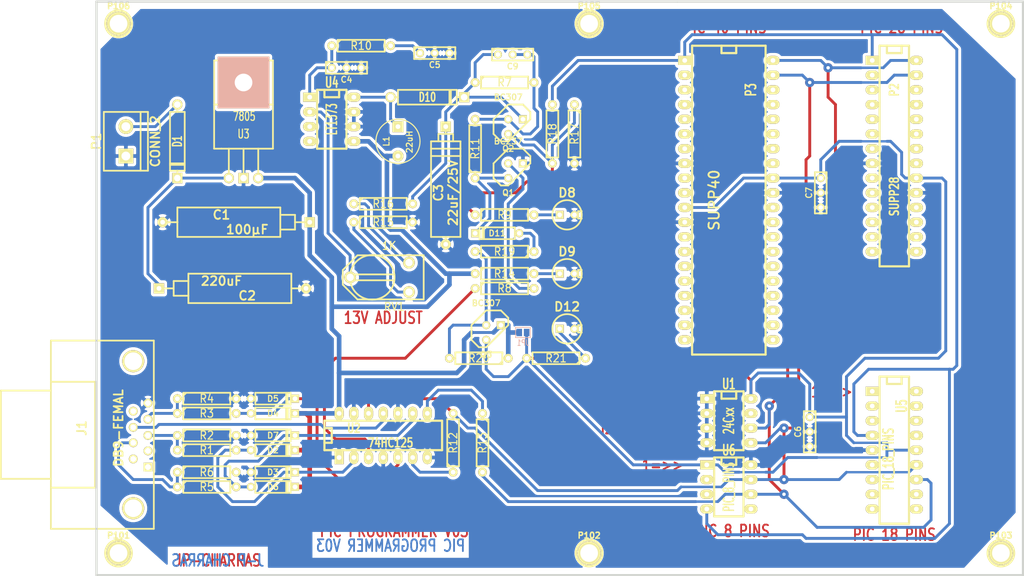
<source format=kicad_pcb>
(kicad_pcb (version 4) (host pcbnew "(2014-08-26 BZR 5101)-product")
  (title_block (title "SERIAL PIC PROGRAMMER"))
  (layers (0 Composant signal) (31 Cuivre signal) (34 B.Paste user) (35 F.Paste user) (36 B.SilkS user) (37 F.SilkS user) (38 B.Mask user) (39 F.Mask user) (44 Edge.Cuts user))
  (net 0 "")
  (net 1 /CTS)
  (net 2 /DTR)
  (net 3 /PC-CLOCK-OUT)
  (net 4 /TXD)
  (net 5 GND)
  (net 6 "Net-(C2-Pad1)")
  (net 7 "Net-(C4-Pad1)")
  (net 8 "Net-(C5-Pad1)")
  (net 9 "Net-(C9-Pad2)")
  (net 10 "Net-(D1-Pad1)")
  (net 11 "Net-(D10-Pad1)")
  (net 12 "Net-(D11-Pad1)")
  (net 13 "Net-(D11-Pad2)")
  (net 14 "Net-(D12-Pad1)")
  (net 15 "Net-(D2-Pad1)")
  (net 16 "Net-(D4-Pad1)")
  (net 17 "Net-(D6-Pad1)")
  (net 18 "Net-(D8-Pad1)")
  (net 19 "Net-(D9-Pad1)")
  (net 20 "Net-(Q1-Pad2)")
  (net 21 "Net-(Q2-Pad3)")
  (net 22 "Net-(Q3-Pad2)")
  (net 23 "Net-(R12-Pad1)")
  (net 24 "Net-(R13-Pad1)")
  (net 25 "Net-(R15-Pad1)")
  (net 26 "Net-(R16-Pad1)")
  (net 27 "Net-(R8-Pad1)")
  (net 28 "Net-(RV1-Pad2)")
  (net 29 VCC)
  (net 30 VPP)
  (net 31 /pic_sockets/VCC_PIC)
  (net 32 /pic_sockets/VPP-MCLR)
  (net 33 /pic_sockets/CLOCK-RB6)
  (net 34 /pic_sockets/DATA-RB7)
  (module discret:CP10 (layer Composant) (at 97.79 78.74 180)
    (fp_text reference C1 (at 2.54 1.27 180) (layer F.SilkS) (effects (font (thickness 0.3048))))
    (fp_text value 100µF (at -1.905 -1.27 180) (layer F.SilkS) (effects (font (thickness 0.3048))))
    (pad 2 thru_hole circle (at 12.7 0 180) (size 1.778 1.778) (drill 0.8128) (layers *.Cu *.Mask F.SilkS) (net 5 GND))
    (pad 1 thru_hole rect (at -12.7 0 180) (size 1.778 1.778) (drill 0.8128) (layers *.Cu *.Mask F.SilkS) (net 29 VCC))
  )
  (module discret:CP10 (layer Composant) (at 97.155 90.17)
    (fp_text reference C2 (at 2.54 1.27) (layer F.SilkS) (effects (font (thickness 0.3048))))
    (fp_text value 220uF (at -1.905 -1.27) (layer F.SilkS) (effects (font (thickness 0.3048))))
    (pad 2 thru_hole circle (at 12.7 0) (size 1.778 1.778) (drill 0.8128) (layers *.Cu *.Mask F.SilkS) (net 5 GND))
    (pad 1 thru_hole rect (at -12.7 0) (size 1.778 1.778) (drill 0.8128) (layers *.Cu *.Mask F.SilkS) (net 6 "Net-(C2-Pad1)"))
  )
  (module discret:CP8 (layer Composant) (at 133.985 72.39 270)
    (fp_text reference C3 (at 1.27 1.27 270) (layer F.SilkS) (effects (font (thickness 0.3048))))
    (fp_text value 22uF/25V (at 1.27 -1.27 270) (layer F.SilkS) (effects (font (thickness 0.3048))))
    (pad 1 thru_hole rect (at -10.16 0 270) (size 1.778 1.778) (drill 0.8128) (layers *.Cu *.Mask F.SilkS) (net 30 VPP))
    (pad 2 thru_hole circle (at 10.16 0 270) (size 1.778 1.778) (drill 0.8128) (layers *.Cu *.Mask F.SilkS) (net 5 GND))
  )
  (module discret:C1-1 (layer Composant) (at 116.84 52.07)
    (fp_text reference C4 (at 0 2.032) (layer F.SilkS) (effects (font (size 1.016 1.016) (thickness 0.2032))))
    (fp_text value 0 hide)
    (pad 1 thru_hole circle (at -2.54 0) (size 1.397 1.397) (drill 0.8128) (layers *.Cu *.Mask F.SilkS) (net 7 "Net-(C4-Pad1)"))
    (pad 2 thru_hole circle (at 2.54 0) (size 1.397 1.397) (drill 0.8128) (layers *.Cu *.Mask F.SilkS) (net 5 GND))
    (pad 2 thru_hole circle (at 0 0) (size 1.397 1.397) (drill 0.8128) (layers *.Cu *.Mask F.SilkS) (net 5 GND))
  )
  (module discret:C1-1 (layer Composant) (at 132.08 49.53)
    (fp_text reference C5 (at 0 2.032) (layer F.SilkS) (effects (font (size 1.016 1.016) (thickness 0.2032))))
    (fp_text value 10nF hide)
    (pad 1 thru_hole circle (at -2.54 0) (size 1.397 1.397) (drill 0.8128) (layers *.Cu *.Mask F.SilkS) (net 8 "Net-(C5-Pad1)"))
    (pad 2 thru_hole circle (at 2.54 0) (size 1.397 1.397) (drill 0.8128) (layers *.Cu *.Mask F.SilkS) (net 5 GND))
    (pad 2 thru_hole circle (at 0 0) (size 1.397 1.397) (drill 0.8128) (layers *.Cu *.Mask F.SilkS) (net 5 GND))
  )
  (module discret:C1-1 (layer Composant) (at 196.85 114.935 270)
    (fp_text reference C6 (at 0 2.032 270) (layer F.SilkS) (effects (font (size 1.016 1.016) (thickness 0.2032))))
    (fp_text value 100nF hide)
    (pad 1 thru_hole circle (at -2.54 0 270) (size 1.397 1.397) (drill 0.8128) (layers *.Cu *.Mask F.SilkS) (net 31 /pic_sockets/VCC_PIC))
    (pad 2 thru_hole circle (at 2.54 0 270) (size 1.397 1.397) (drill 0.8128) (layers *.Cu *.Mask F.SilkS) (net 5 GND))
    (pad 2 thru_hole circle (at 0 0 270) (size 1.397 1.397) (drill 0.8128) (layers *.Cu *.Mask F.SilkS) (net 5 GND))
  )
  (module discret:C1-1 (layer Composant) (at 198.755 73.66 270)
    (fp_text reference C7 (at 0 2.032 270) (layer F.SilkS) (effects (font (size 1.016 1.016) (thickness 0.2032))))
    (fp_text value 100nF hide)
    (pad 1 thru_hole circle (at -2.54 0 270) (size 1.397 1.397) (drill 0.8128) (layers *.Cu *.Mask F.SilkS) (net 31 /pic_sockets/VCC_PIC))
    (pad 2 thru_hole circle (at 2.54 0 270) (size 1.397 1.397) (drill 0.8128) (layers *.Cu *.Mask F.SilkS) (net 5 GND))
    (pad 2 thru_hole circle (at 0 0 270) (size 1.397 1.397) (drill 0.8128) (layers *.Cu *.Mask F.SilkS) (net 5 GND))
  )
  (module discret:C1-1 (layer Composant) (at 145.542 49.784)
    (fp_text reference C9 (at 0 2.032) (layer F.SilkS) (effects (font (size 1.016 1.016) (thickness 0.2032))))
    (fp_text value 22OnF hide)
    (pad 1 thru_hole circle (at -2.54 0) (size 1.397 1.397) (drill 0.8128) (layers *.Cu *.Mask F.SilkS) (net 30 VPP))
    (pad 2 thru_hole circle (at 2.54 0) (size 1.397 1.397) (drill 0.8128) (layers *.Cu *.Mask F.SilkS) (net 9 "Net-(C9-Pad2)"))
    (pad 2 thru_hole circle (at 0 0) (size 1.397 1.397) (drill 0.8128) (layers *.Cu *.Mask F.SilkS) (net 9 "Net-(C9-Pad2)"))
  )
  (module discret:D5 (layer Composant) (at 87.63 64.77 270)
    (fp_text reference D1 (at 0 0 270) (layer F.SilkS) (effects (font (size 1.524 1.016) (thickness 0.3048))))
    (fp_text value 1N4004 hide)
    (pad 1 thru_hole circle (at -6.35 0 270) (size 1.778 1.778) (drill 1.143) (layers *.Cu *.Mask F.SilkS) (net 10 "Net-(D1-Pad1)"))
    (pad 2 thru_hole rect (at 6.35 0 270) (size 1.778 1.778) (drill 1.143) (layers *.Cu *.Mask F.SilkS) (net 6 "Net-(C2-Pad1)"))
  )
  (module discret:D3 (layer Composant) (at 104.14 118.11)
    (fp_text reference D2 (at 0 0) (layer F.SilkS) (effects (font (size 1.016 1.016) (thickness 0.2032))))
    (fp_text value BAT43 hide)
    (pad 2 thru_hole rect (at 3.81 0) (size 1.397 1.397) (drill 0.8128) (layers *.Cu *.Mask F.SilkS) (net 29 VCC))
    (pad 1 thru_hole circle (at -3.81 0) (size 1.397 1.397) (drill 0.8128) (layers *.Cu *.Mask F.SilkS) (net 15 "Net-(D2-Pad1)"))
  )
  (module discret:D3 (layer Composant) (at 104.14 121.92)
    (fp_text reference D3 (at 0 0) (layer F.SilkS) (effects (font (size 1.016 1.016) (thickness 0.2032))))
    (fp_text value BAT43 hide)
    (pad 2 thru_hole rect (at 3.81 0) (size 1.397 1.397) (drill 0.8128) (layers *.Cu *.Mask F.SilkS) (net 15 "Net-(D2-Pad1)"))
    (pad 1 thru_hole circle (at -3.81 0) (size 1.397 1.397) (drill 0.8128) (layers *.Cu *.Mask F.SilkS) (net 5 GND))
  )
  (module discret:D3 (layer Composant) (at 104.14 111.76)
    (fp_text reference D4 (at 0 0) (layer F.SilkS) (effects (font (size 1.016 1.016) (thickness 0.2032))))
    (fp_text value BAT43 hide)
    (pad 2 thru_hole rect (at 3.81 0) (size 1.397 1.397) (drill 0.8128) (layers *.Cu *.Mask F.SilkS) (net 29 VCC))
    (pad 1 thru_hole circle (at -3.81 0) (size 1.397 1.397) (drill 0.8128) (layers *.Cu *.Mask F.SilkS) (net 16 "Net-(D4-Pad1)"))
  )
  (module discret:D3 (layer Composant) (at 104.14 109.22)
    (fp_text reference D5 (at 0 0) (layer F.SilkS) (effects (font (size 1.016 1.016) (thickness 0.2032))))
    (fp_text value BAT43 hide)
    (pad 2 thru_hole rect (at 3.81 0) (size 1.397 1.397) (drill 0.8128) (layers *.Cu *.Mask F.SilkS) (net 16 "Net-(D4-Pad1)"))
    (pad 1 thru_hole circle (at -3.81 0) (size 1.397 1.397) (drill 0.8128) (layers *.Cu *.Mask F.SilkS) (net 5 GND))
  )
  (module discret:D3 (layer Composant) (at 104.14 124.46)
    (fp_text reference D6 (at 0 0) (layer F.SilkS) (effects (font (size 1.016 1.016) (thickness 0.2032))))
    (fp_text value BAT43 hide)
    (pad 2 thru_hole rect (at 3.81 0) (size 1.397 1.397) (drill 0.8128) (layers *.Cu *.Mask F.SilkS) (net 29 VCC))
    (pad 1 thru_hole circle (at -3.81 0) (size 1.397 1.397) (drill 0.8128) (layers *.Cu *.Mask F.SilkS) (net 17 "Net-(D6-Pad1)"))
  )
  (module discret:D3 (layer Composant) (at 104.14 115.57)
    (fp_text reference D7 (at 0 0) (layer F.SilkS) (effects (font (size 1.016 1.016) (thickness 0.2032))))
    (fp_text value BAT43 hide)
    (pad 2 thru_hole rect (at 3.81 0) (size 1.397 1.397) (drill 0.8128) (layers *.Cu *.Mask F.SilkS) (net 17 "Net-(D6-Pad1)"))
    (pad 1 thru_hole circle (at -3.81 0) (size 1.397 1.397) (drill 0.8128) (layers *.Cu *.Mask F.SilkS) (net 5 GND))
  )
  (module discret:LEDV (layer Composant) (at 154.94 77.47)
    (fp_text reference D8 (at 0 -3.81) (layer F.SilkS) (effects (font (thickness 0.3048))))
    (fp_text value RED-LED hide)
    (pad 1 thru_hole rect (at -1.27 0) (size 1.397 1.397) (drill 0.8128) (layers *.Cu *.Mask F.SilkS) (net 18 "Net-(D8-Pad1)"))
    (pad 2 thru_hole circle (at 1.27 0) (size 1.397 1.397) (drill 0.8128) (layers *.Cu *.Mask F.SilkS) (net 5 GND))
  )
  (module discret:LEDV (layer Composant) (at 154.94 87.63)
    (fp_text reference D9 (at 0 -3.81) (layer F.SilkS) (effects (font (thickness 0.3048))))
    (fp_text value GREEN-LED hide)
    (pad 1 thru_hole rect (at -1.27 0) (size 1.397 1.397) (drill 0.8128) (layers *.Cu *.Mask F.SilkS) (net 19 "Net-(D9-Pad1)"))
    (pad 2 thru_hole circle (at 1.27 0) (size 1.397 1.397) (drill 0.8128) (layers *.Cu *.Mask F.SilkS) (net 5 GND))
  )
  (module discret:D5 (layer Composant) (at 130.81 57.15)
    (fp_text reference D10 (at 0 0) (layer F.SilkS) (effects (font (size 1.524 1.016) (thickness 0.3048))))
    (fp_text value SCHOTTKY hide)
    (pad 1 thru_hole circle (at -6.35 0) (size 1.778 1.778) (drill 1.143) (layers *.Cu *.Mask F.SilkS) (net 11 "Net-(D10-Pad1)"))
    (pad 2 thru_hole rect (at 6.35 0) (size 1.778 1.778) (drill 1.143) (layers *.Cu *.Mask F.SilkS) (net 30 VPP))
  )
  (module discret:D3 (layer Composant) (at 142.875 80.645 180)
    (fp_text reference D11 (at 0 0 180) (layer F.SilkS) (effects (font (size 1.016 1.016) (thickness 0.2032))))
    (fp_text value BAT43 hide)
    (pad 2 thru_hole rect (at 3.81 0 180) (size 1.397 1.397) (drill 0.8128) (layers *.Cu *.Mask F.SilkS) (net 13 "Net-(D11-Pad2)"))
    (pad 1 thru_hole circle (at -3.81 0 180) (size 1.397 1.397) (drill 0.8128) (layers *.Cu *.Mask F.SilkS) (net 12 "Net-(D11-Pad1)"))
  )
  (module discret:LEDV (layer Composant) (at 154.94 97.155)
    (fp_text reference D12 (at 0 -3.81) (layer F.SilkS) (effects (font (thickness 0.3048))))
    (fp_text value YELLOW-LED hide)
    (pad 1 thru_hole rect (at -1.27 0) (size 1.397 1.397) (drill 0.8128) (layers *.Cu *.Mask F.SilkS) (net 14 "Net-(D12-Pad1)"))
    (pad 2 thru_hole circle (at 1.27 0) (size 1.397 1.397) (drill 0.8128) (layers *.Cu *.Mask F.SilkS) (net 5 GND))
  )
  (module connect:DB9FC (layer Composant) (at 81.28 115.57 90)
    (fp_text reference J1 (at 1.27 -10.16 90) (layer F.SilkS) (effects (font (thickness 0.3048))))
    (fp_text value DB9-FEMAL (at 1.27 -3.81 90) (layer F.SilkS) (effects (font (thickness 0.3048))))
    (pad "" thru_hole circle (at 12.827 -1.27 90) (size 3.81 3.81) (drill 3.048) (layers *.Cu *.Mask F.SilkS))
    (pad "" thru_hole circle (at -12.573 -1.27 90) (size 3.81 3.81) (drill 3.048) (layers *.Cu *.Mask F.SilkS))
    (pad 1 thru_hole rect (at -5.461 1.27 90) (size 1.524 1.524) (drill 1.016) (layers *.Cu *.Mask F.SilkS))
    (pad 2 thru_hole circle (at -2.667 1.27 90) (size 1.524 1.524) (drill 1.016) (layers *.Cu *.Mask F.SilkS))
    (pad 3 thru_hole circle (at 0 1.27 90) (size 1.524 1.524) (drill 1.016) (layers *.Cu *.Mask F.SilkS) (net 4 /TXD))
    (pad 4 thru_hole circle (at 2.794 1.27 90) (size 1.524 1.524) (drill 1.016) (layers *.Cu *.Mask F.SilkS) (net 2 /DTR))
    (pad 5 thru_hole circle (at 5.588 1.27 90) (size 1.524 1.524) (drill 1.016) (layers *.Cu *.Mask F.SilkS) (net 5 GND))
    (pad 6 thru_hole circle (at -4.064 -1.27 90) (size 1.524 1.524) (drill 1.016) (layers *.Cu *.Mask F.SilkS))
    (pad 7 thru_hole circle (at -1.27 -1.27 90) (size 1.524 1.524) (drill 1.016) (layers *.Cu *.Mask F.SilkS) (net 3 /PC-CLOCK-OUT))
    (pad 8 thru_hole circle (at 1.397 -1.27 90) (size 1.524 1.524) (drill 1.016) (layers *.Cu *.Mask F.SilkS) (net 1 /CTS))
    (pad 9 thru_hole circle (at 4.191 -1.27 90) (size 1.524 1.524) (drill 1.016) (layers *.Cu *.Mask F.SilkS))
  )
  (module connect:GS2 (layer Cuivre) (at 147.32 97.79 270)
    (fp_text reference JP1 (at 1.778 0 540) (layer B.SilkS) (effects (font (size 1.016 0.762) (thickness 0.127)) (justify mirror)))
    (fp_text value JUMPER hide)
    (pad 1 smd rect (at 0 0.635 270) (size 1.27 0.9652) (layers Cuivre B.Paste B.Mask) (net 29 VCC))
    (pad 2 smd rect (at 0 -0.635 270) (size 1.27 0.9652) (layers Cuivre B.Paste B.Mask) (net 31 /pic_sockets/VCC_PIC))
  )
  (module inductors:INDUCTOR_V (layer Composant) (at 125.73 64.77 270)
    (fp_text reference L1 (at 0 1.99898 270) (layer F.SilkS) (effects (font (size 1.00076 1.00076) (thickness 0.2032))))
    (fp_text value 22uH (at 0.09906 -1.99898 270) (layer F.SilkS) (effects (font (size 1.00076 1.00076) (thickness 0.2032))))
    (pad 1 thru_hole rect (at -2.54 0 270) (size 1.905 1.905) (drill 0.8128) (layers *.Cu *.Mask F.SilkS) (net 11 "Net-(D10-Pad1)"))
    (pad 2 thru_hole circle (at 2.54 0 270) (size 1.905 1.905) (drill 0.8128) (layers *.Cu *.Mask F.SilkS) (net 29 VCC))
  )
  (module connect:bornier2 (layer Composant) (at 78.74 64.77 90)
    (fp_text reference P1 (at 0 -5.08 90) (layer F.SilkS) (effects (font (thickness 0.3048))))
    (fp_text value CONN_2 (at 0 5.08 90) (layer F.SilkS) (effects (font (thickness 0.3048))))
    (pad 1 thru_hole rect (at -2.54 0 90) (size 2.54 2.54) (drill 1.524) (layers *.Cu *.Mask F.SilkS) (net 5 GND))
    (pad 2 thru_hole circle (at 2.54 0 90) (size 2.54 2.54) (drill 1.524) (layers *.Cu *.Mask F.SilkS) (net 10 "Net-(D1-Pad1)"))
  )
  (module dip_sockets:DIP-28__300_ELL (layer Composant) (at 211.455 67.31 270)
    (fp_text reference P2 (at -11.43 0 270) (layer F.SilkS) (effects (font (size 1.524 1.143) (thickness 0.3048))))
    (fp_text value SUPP28 (at 6.985 0 270) (layer F.SilkS) (effects (font (size 1.524 1.143) (thickness 0.3048))))
    (pad 2 thru_hole oval (at -13.97 3.81 270) (size 1.5748 2.286) (drill 0.8128) (layers *.Cu *.Mask F.SilkS))
    (pad 3 thru_hole oval (at -11.43 3.81 270) (size 1.5748 2.286) (drill 0.8128) (layers *.Cu *.Mask F.SilkS))
    (pad 4 thru_hole oval (at -8.89 3.81 270) (size 1.5748 2.286) (drill 0.8128) (layers *.Cu *.Mask F.SilkS))
    (pad 5 thru_hole oval (at -6.35 3.81 270) (size 1.5748 2.286) (drill 0.8128) (layers *.Cu *.Mask F.SilkS))
    (pad 6 thru_hole oval (at -3.81 3.81 270) (size 1.5748 2.286) (drill 0.8128) (layers *.Cu *.Mask F.SilkS))
    (pad 7 thru_hole oval (at -1.27 3.81 270) (size 1.5748 2.286) (drill 0.8128) (layers *.Cu *.Mask F.SilkS))
    (pad 8 thru_hole oval (at 1.27 3.81 270) (size 1.5748 2.286) (drill 0.8128) (layers *.Cu *.Mask F.SilkS) (net 5 GND))
    (pad 9 thru_hole oval (at 3.81 3.81 270) (size 1.5748 2.286) (drill 0.8128) (layers *.Cu *.Mask F.SilkS))
    (pad 10 thru_hole oval (at 6.35 3.81 270) (size 1.5748 2.286) (drill 0.8128) (layers *.Cu *.Mask F.SilkS))
    (pad 11 thru_hole oval (at 8.89 3.81 270) (size 1.5748 2.286) (drill 0.8128) (layers *.Cu *.Mask F.SilkS))
    (pad 12 thru_hole oval (at 11.43 3.81 270) (size 1.5748 2.286) (drill 0.8128) (layers *.Cu *.Mask F.SilkS))
    (pad 13 thru_hole oval (at 13.97 3.81 270) (size 1.5748 2.286) (drill 0.8128) (layers *.Cu *.Mask F.SilkS))
    (pad 14 thru_hole oval (at 16.51 3.81 270) (size 1.5748 2.286) (drill 0.8128) (layers *.Cu *.Mask F.SilkS))
    (pad 1 thru_hole rect (at -16.51 3.81 270) (size 1.5748 2.286) (drill 0.8128) (layers *.Cu *.Mask F.SilkS) (net 32 /pic_sockets/VPP-MCLR))
    (pad 15 thru_hole oval (at 16.51 -3.81 270) (size 1.5748 2.286) (drill 0.8128) (layers *.Cu *.Mask F.SilkS))
    (pad 16 thru_hole oval (at 13.97 -3.81 270) (size 1.5748 2.286) (drill 0.8128) (layers *.Cu *.Mask F.SilkS))
    (pad 17 thru_hole oval (at 11.43 -3.81 270) (size 1.5748 2.286) (drill 0.8128) (layers *.Cu *.Mask F.SilkS))
    (pad 18 thru_hole oval (at 8.89 -3.81 270) (size 1.5748 2.286) (drill 0.8128) (layers *.Cu *.Mask F.SilkS))
    (pad 19 thru_hole oval (at 6.35 -3.81 270) (size 1.5748 2.286) (drill 0.8128) (layers *.Cu *.Mask F.SilkS) (net 5 GND))
    (pad 20 thru_hole oval (at 3.81 -3.81 270) (size 1.5748 2.286) (drill 0.8128) (layers *.Cu *.Mask F.SilkS) (net 31 /pic_sockets/VCC_PIC))
    (pad 21 thru_hole oval (at 1.27 -3.81 270) (size 1.5748 2.286) (drill 0.8128) (layers *.Cu *.Mask F.SilkS))
    (pad 22 thru_hole oval (at -1.27 -3.81 270) (size 1.5748 2.286) (drill 0.8128) (layers *.Cu *.Mask F.SilkS))
    (pad 23 thru_hole oval (at -3.81 -3.81 270) (size 1.5748 2.286) (drill 0.8128) (layers *.Cu *.Mask F.SilkS))
    (pad 24 thru_hole oval (at -6.35 -3.81 270) (size 1.5748 2.286) (drill 0.8128) (layers *.Cu *.Mask F.SilkS))
    (pad 25 thru_hole oval (at -8.89 -3.81 270) (size 1.5748 2.286) (drill 0.8128) (layers *.Cu *.Mask F.SilkS))
    (pad 26 thru_hole oval (at -11.43 -3.81 270) (size 1.5748 2.286) (drill 0.8128) (layers *.Cu *.Mask F.SilkS))
    (pad 27 thru_hole oval (at -13.97 -3.81 270) (size 1.5748 2.286) (drill 0.8128) (layers *.Cu *.Mask F.SilkS) (net 33 /pic_sockets/CLOCK-RB6))
    (pad 28 thru_hole oval (at -16.51 -3.81 270) (size 1.5748 2.286) (drill 0.8128) (layers *.Cu *.Mask F.SilkS) (net 34 /pic_sockets/DATA-RB7))
  )
  (module footprints:textool_40 (layer Composant) (at 182.88 74.93 270)
    (fp_text reference P3 (at -19.05 -3.81 270) (layer F.SilkS) (effects (font (size 1.778 1.143) (thickness 0.3048))))
    (fp_text value SUPP40 (at 0 2.54 270) (layer F.SilkS) (effects (font (size 1.778 1.778) (thickness 0.3048))))
    (pad 1 thru_hole rect (at -24.13 7.62 270) (size 1.5748 2.286) (drill 0.8128) (layers *.Cu *.Mask F.SilkS) (net 32 /pic_sockets/VPP-MCLR))
    (pad 2 thru_hole oval (at -21.59 7.62 270) (size 1.5748 2.286) (drill 0.8128) (layers *.Cu *.Mask F.SilkS))
    (pad 3 thru_hole oval (at -19.05 7.62 270) (size 1.5748 2.286) (drill 0.8128) (layers *.Cu *.Mask F.SilkS))
    (pad 4 thru_hole oval (at -16.51 7.62 270) (size 1.5748 2.286) (drill 0.8128) (layers *.Cu *.Mask F.SilkS))
    (pad 5 thru_hole oval (at -13.97 7.62 270) (size 1.5748 2.286) (drill 0.8128) (layers *.Cu *.Mask F.SilkS))
    (pad 6 thru_hole oval (at -11.43 7.62 270) (size 1.5748 2.286) (drill 0.8128) (layers *.Cu *.Mask F.SilkS))
    (pad 7 thru_hole oval (at -8.89 7.62 270) (size 1.5748 2.286) (drill 0.8128) (layers *.Cu *.Mask F.SilkS))
    (pad 8 thru_hole oval (at -6.35 7.62 270) (size 1.5748 2.286) (drill 0.8128) (layers *.Cu *.Mask F.SilkS) (net 5 GND))
    (pad 9 thru_hole oval (at -3.81 7.62 270) (size 1.5748 2.286) (drill 0.8128) (layers *.Cu *.Mask F.SilkS))
    (pad 10 thru_hole oval (at -1.27 7.62 270) (size 1.5748 2.286) (drill 0.8128) (layers *.Cu *.Mask F.SilkS))
    (pad 11 thru_hole oval (at 1.27 7.62 270) (size 1.5748 2.286) (drill 0.8128) (layers *.Cu *.Mask F.SilkS) (net 31 /pic_sockets/VCC_PIC))
    (pad 12 thru_hole oval (at 3.81 7.62 270) (size 1.5748 2.286) (drill 0.8128) (layers *.Cu *.Mask F.SilkS) (net 5 GND))
    (pad 13 thru_hole oval (at 6.35 7.62 270) (size 1.5748 2.286) (drill 0.8128) (layers *.Cu *.Mask F.SilkS))
    (pad 14 thru_hole oval (at 8.89 7.62 270) (size 1.5748 2.286) (drill 0.8128) (layers *.Cu *.Mask F.SilkS))
    (pad 15 thru_hole oval (at 11.43 7.62 270) (size 1.5748 2.286) (drill 0.8128) (layers *.Cu *.Mask F.SilkS))
    (pad 16 thru_hole oval (at 13.97 7.62 270) (size 1.5748 2.286) (drill 0.8128) (layers *.Cu *.Mask F.SilkS))
    (pad 17 thru_hole oval (at 16.51 7.62 270) (size 1.5748 2.286) (drill 0.8128) (layers *.Cu *.Mask F.SilkS))
    (pad 18 thru_hole oval (at 19.05 7.62 270) (size 1.5748 2.286) (drill 0.8128) (layers *.Cu *.Mask F.SilkS))
    (pad 19 thru_hole oval (at 21.59 7.62 270) (size 1.5748 2.286) (drill 0.8128) (layers *.Cu *.Mask F.SilkS))
    (pad 20 thru_hole oval (at 24.13 7.62 270) (size 1.5748 2.286) (drill 0.8128) (layers *.Cu *.Mask F.SilkS))
    (pad 21 thru_hole oval (at 24.13 -7.62 270) (size 1.5748 2.286) (drill 0.8128) (layers *.Cu *.Mask F.SilkS))
    (pad 22 thru_hole oval (at 21.59 -7.62 270) (size 1.5748 2.286) (drill 0.8128) (layers *.Cu *.Mask F.SilkS))
    (pad 23 thru_hole oval (at 19.05 -7.62 270) (size 1.5748 2.286) (drill 0.8128) (layers *.Cu *.Mask F.SilkS))
    (pad 24 thru_hole oval (at 16.51 -7.62 270) (size 1.5748 2.286) (drill 0.8128) (layers *.Cu *.Mask F.SilkS))
    (pad 25 thru_hole oval (at 13.97 -7.62 270) (size 1.5748 2.286) (drill 0.8128) (layers *.Cu *.Mask F.SilkS))
    (pad 26 thru_hole oval (at 11.43 -7.62 270) (size 1.5748 2.286) (drill 0.8128) (layers *.Cu *.Mask F.SilkS))
    (pad 27 thru_hole oval (at 8.89 -7.62 270) (size 1.5748 2.286) (drill 0.8128) (layers *.Cu *.Mask F.SilkS))
    (pad 28 thru_hole oval (at 6.35 -7.62 270) (size 1.5748 2.286) (drill 0.8128) (layers *.Cu *.Mask F.SilkS))
    (pad 29 thru_hole oval (at 3.81 -7.62 270) (size 1.5748 2.286) (drill 0.8128) (layers *.Cu *.Mask F.SilkS))
    (pad 30 thru_hole oval (at 1.27 -7.62 270) (size 1.5748 2.286) (drill 0.8128) (layers *.Cu *.Mask F.SilkS))
    (pad 31 thru_hole oval (at -1.27 -7.62 270) (size 1.5748 2.286) (drill 0.8128) (layers *.Cu *.Mask F.SilkS) (net 5 GND))
    (pad 32 thru_hole oval (at -3.81 -7.62 270) (size 1.5748 2.286) (drill 0.8128) (layers *.Cu *.Mask F.SilkS) (net 31 /pic_sockets/VCC_PIC))
    (pad 33 thru_hole oval (at -6.35 -7.62 270) (size 1.5748 2.286) (drill 0.8128) (layers *.Cu *.Mask F.SilkS))
    (pad 34 thru_hole oval (at -8.89 -7.62 270) (size 1.5748 2.286) (drill 0.8128) (layers *.Cu *.Mask F.SilkS))
    (pad 35 thru_hole oval (at -11.43 -7.62 270) (size 1.5748 2.286) (drill 0.8128) (layers *.Cu *.Mask F.SilkS))
    (pad 36 thru_hole oval (at -13.97 -7.62 270) (size 1.5748 2.286) (drill 0.8128) (layers *.Cu *.Mask F.SilkS))
    (pad 37 thru_hole oval (at -16.51 -7.62 270) (size 1.5748 2.286) (drill 0.8128) (layers *.Cu *.Mask F.SilkS))
    (pad 38 thru_hole oval (at -19.05 -7.62 270) (size 1.5748 2.286) (drill 0.8128) (layers *.Cu *.Mask F.SilkS))
    (pad 39 thru_hole oval (at -21.59 -7.62 270) (size 1.5748 2.286) (drill 0.8128) (layers *.Cu *.Mask F.SilkS) (net 33 /pic_sockets/CLOCK-RB6))
    (pad 40 thru_hole oval (at -24.13 -7.62 270) (size 1.5748 2.286) (drill 0.8128) (layers *.Cu *.Mask F.SilkS) (net 34 /pic_sockets/DATA-RB7))
  )
  (module discret:TO92 (layer Composant) (at 146.05 69.85)
    (fp_text reference Q1 (at -1.27 3.81) (layer F.SilkS) (effects (font (size 1.016 1.016) (thickness 0.2032))))
    (fp_text value BC237 (at -1.27 -5.08) (layer F.SilkS) (effects (font (size 1.016 1.016) (thickness 0.2032))))
    (pad 1 thru_hole rect (at 1.27 -1.27) (size 1.397 1.397) (drill 0.8128) (layers *.Cu *.Mask F.SilkS) (net 5 GND))
    (pad 2 thru_hole circle (at -1.27 -1.27) (size 1.397 1.397) (drill 0.8128) (layers *.Cu *.Mask F.SilkS) (net 20 "Net-(Q1-Pad2)"))
    (pad 3 thru_hole circle (at -1.27 1.27) (size 1.397 1.397) (drill 0.8128) (layers *.Cu *.Mask F.SilkS) (net 13 "Net-(D11-Pad2)"))
  )
  (module discret:TO92 (layer Composant) (at 146.05 62.23)
    (fp_text reference Q2 (at -1.27 3.81) (layer F.SilkS) (effects (font (size 1.016 1.016) (thickness 0.2032))))
    (fp_text value BC307 (at -1.27 -5.08) (layer F.SilkS) (effects (font (size 1.016 1.016) (thickness 0.2032))))
    (pad 1 thru_hole rect (at 1.27 -1.27) (size 1.397 1.397) (drill 0.8128) (layers *.Cu *.Mask F.SilkS) (net 30 VPP))
    (pad 2 thru_hole circle (at -1.27 -1.27) (size 1.397 1.397) (drill 0.8128) (layers *.Cu *.Mask F.SilkS) (net 9 "Net-(C9-Pad2)"))
    (pad 3 thru_hole circle (at -1.27 1.27) (size 1.397 1.397) (drill 0.8128) (layers *.Cu *.Mask F.SilkS) (net 21 "Net-(Q2-Pad3)"))
  )
  (module discret:TO92 (layer Composant) (at 142.24 97.79)
    (fp_text reference Q3 (at -1.27 3.81) (layer F.SilkS) (effects (font (size 1.016 1.016) (thickness 0.2032))))
    (fp_text value BC307 (at -1.27 -5.08) (layer F.SilkS) (effects (font (size 1.016 1.016) (thickness 0.2032))))
    (pad 1 thru_hole rect (at 1.27 -1.27) (size 1.397 1.397) (drill 0.8128) (layers *.Cu *.Mask F.SilkS) (net 29 VCC))
    (pad 2 thru_hole circle (at -1.27 -1.27) (size 1.397 1.397) (drill 0.8128) (layers *.Cu *.Mask F.SilkS) (net 22 "Net-(Q3-Pad2)"))
    (pad 3 thru_hole circle (at -1.27 1.27) (size 1.397 1.397) (drill 0.8128) (layers *.Cu *.Mask F.SilkS) (net 31 /pic_sockets/VCC_PIC))
  )
  (module discret:R4 (layer Composant) (at 92.71 118.11)
    (fp_text reference R1 (at 0 0) (layer F.SilkS) (effects (font (size 1.397 1.27) (thickness 0.2032))))
    (fp_text value 10K hide)
    (pad 1 thru_hole circle (at -5.08 0) (size 1.524 1.524) (drill 0.8128) (layers *.Cu *.Mask F.SilkS) (net 4 /TXD))
    (pad 2 thru_hole circle (at 5.08 0) (size 1.524 1.524) (drill 0.8128) (layers *.Cu *.Mask F.SilkS) (net 15 "Net-(D2-Pad1)"))
  )
  (module discret:R4 (layer Composant) (at 92.71 115.57)
    (fp_text reference R2 (at 0 0) (layer F.SilkS) (effects (font (size 1.397 1.27) (thickness 0.2032))))
    (fp_text value 10K hide)
    (pad 1 thru_hole circle (at -5.08 0) (size 1.524 1.524) (drill 0.8128) (layers *.Cu *.Mask F.SilkS) (net 4 /TXD))
    (pad 2 thru_hole circle (at 5.08 0) (size 1.524 1.524) (drill 0.8128) (layers *.Cu *.Mask F.SilkS) (net 5 GND))
  )
  (module discret:R4 (layer Composant) (at 92.71 111.76)
    (fp_text reference R3 (at 0 0) (layer F.SilkS) (effects (font (size 1.397 1.27) (thickness 0.2032))))
    (fp_text value 10K hide)
    (pad 1 thru_hole circle (at -5.08 0) (size 1.524 1.524) (drill 0.8128) (layers *.Cu *.Mask F.SilkS) (net 2 /DTR))
    (pad 2 thru_hole circle (at 5.08 0) (size 1.524 1.524) (drill 0.8128) (layers *.Cu *.Mask F.SilkS) (net 16 "Net-(D4-Pad1)"))
  )
  (module discret:R4 (layer Composant) (at 92.71 109.22)
    (fp_text reference R4 (at 0 0) (layer F.SilkS) (effects (font (size 1.397 1.27) (thickness 0.2032))))
    (fp_text value 10K hide)
    (pad 1 thru_hole circle (at -5.08 0) (size 1.524 1.524) (drill 0.8128) (layers *.Cu *.Mask F.SilkS) (net 2 /DTR))
    (pad 2 thru_hole circle (at 5.08 0) (size 1.524 1.524) (drill 0.8128) (layers *.Cu *.Mask F.SilkS) (net 5 GND))
  )
  (module discret:R4 (layer Composant) (at 92.71 124.46)
    (fp_text reference R5 (at 0 0) (layer F.SilkS) (effects (font (size 1.397 1.27) (thickness 0.2032))))
    (fp_text value 10K hide)
    (pad 1 thru_hole circle (at -5.08 0) (size 1.524 1.524) (drill 0.8128) (layers *.Cu *.Mask F.SilkS) (net 3 /PC-CLOCK-OUT))
    (pad 2 thru_hole circle (at 5.08 0) (size 1.524 1.524) (drill 0.8128) (layers *.Cu *.Mask F.SilkS) (net 17 "Net-(D6-Pad1)"))
  )
  (module discret:R4 (layer Composant) (at 92.71 121.92)
    (fp_text reference R6 (at 0 0) (layer F.SilkS) (effects (font (size 1.397 1.27) (thickness 0.2032))))
    (fp_text value 10K hide)
    (pad 1 thru_hole circle (at -5.08 0) (size 1.524 1.524) (drill 0.8128) (layers *.Cu *.Mask F.SilkS) (net 3 /PC-CLOCK-OUT))
    (pad 2 thru_hole circle (at 5.08 0) (size 1.524 1.524) (drill 0.8128) (layers *.Cu *.Mask F.SilkS) (net 5 GND))
  )
  (module discret:R4 (layer Composant) (at 144.145 54.61)
    (fp_text reference R7 (at 0 0) (layer F.SilkS) (effects (font (size 1.397 1.27) (thickness 0.2032))))
    (fp_text value 10K hide)
    (pad 1 thru_hole circle (at -5.08 0) (size 1.524 1.524) (drill 0.8128) (layers *.Cu *.Mask F.SilkS) (net 30 VPP))
    (pad 2 thru_hole circle (at 5.08 0) (size 1.524 1.524) (drill 0.8128) (layers *.Cu *.Mask F.SilkS) (net 9 "Net-(C9-Pad2)"))
  )
  (module discret:R4 (layer Composant) (at 144.145 90.17)
    (fp_text reference R8 (at 0 0) (layer F.SilkS) (effects (font (size 1.397 1.27) (thickness 0.2032))))
    (fp_text value 1K hide)
    (pad 1 thru_hole circle (at -5.08 0) (size 1.524 1.524) (drill 0.8128) (layers *.Cu *.Mask F.SilkS) (net 27 "Net-(R8-Pad1)"))
    (pad 2 thru_hole circle (at 5.08 0) (size 1.524 1.524) (drill 0.8128) (layers *.Cu *.Mask F.SilkS) (net 20 "Net-(Q1-Pad2)"))
  )
  (module discret:R4 (layer Composant) (at 144.145 77.47)
    (fp_text reference R9 (at 0 0) (layer F.SilkS) (effects (font (size 1.397 1.27) (thickness 0.2032))))
    (fp_text value 2.2K hide)
    (pad 1 thru_hole circle (at -5.08 0) (size 1.524 1.524) (drill 0.8128) (layers *.Cu *.Mask F.SilkS) (net 21 "Net-(Q2-Pad3)"))
    (pad 2 thru_hole circle (at 5.08 0) (size 1.524 1.524) (drill 0.8128) (layers *.Cu *.Mask F.SilkS) (net 18 "Net-(D8-Pad1)"))
  )
  (module discret:R4 (layer Composant) (at 119.38 48.26)
    (fp_text reference R10 (at 0 0) (layer F.SilkS) (effects (font (size 1.397 1.27) (thickness 0.2032))))
    (fp_text value 5,1K hide)
    (pad 1 thru_hole circle (at -5.08 0) (size 1.524 1.524) (drill 0.8128) (layers *.Cu *.Mask F.SilkS) (net 7 "Net-(C4-Pad1)"))
    (pad 2 thru_hole circle (at 5.08 0) (size 1.524 1.524) (drill 0.8128) (layers *.Cu *.Mask F.SilkS) (net 8 "Net-(C5-Pad1)"))
  )
  (module discret:R4 (layer Composant) (at 139.065 66.04 90)
    (fp_text reference R11 (at 0 0 90) (layer F.SilkS) (effects (font (size 1.397 1.27) (thickness 0.2032))))
    (fp_text value 22K hide)
    (pad 1 thru_hole circle (at -5.08 0 90) (size 1.524 1.524) (drill 0.8128) (layers *.Cu *.Mask F.SilkS) (net 13 "Net-(D11-Pad2)"))
    (pad 2 thru_hole circle (at 5.08 0 90) (size 1.524 1.524) (drill 0.8128) (layers *.Cu *.Mask F.SilkS) (net 9 "Net-(C9-Pad2)"))
  )
  (module discret:R4 (layer Composant) (at 135.255 116.84 90)
    (fp_text reference R12 (at 0 0 90) (layer F.SilkS) (effects (font (size 1.397 1.27) (thickness 0.2032))))
    (fp_text value 470 hide)
    (pad 1 thru_hole circle (at -5.08 0 90) (size 1.524 1.524) (drill 0.8128) (layers *.Cu *.Mask F.SilkS) (net 23 "Net-(R12-Pad1)"))
    (pad 2 thru_hole circle (at 5.08 0 90) (size 1.524 1.524) (drill 0.8128) (layers *.Cu *.Mask F.SilkS) (net 34 /pic_sockets/DATA-RB7))
  )
  (module discret:R4 (layer Composant) (at 140.335 116.84 270)
    (fp_text reference R13 (at 0 0 270) (layer F.SilkS) (effects (font (size 1.397 1.27) (thickness 0.2032))))
    (fp_text value 470 hide)
    (pad 1 thru_hole circle (at -5.08 0 270) (size 1.524 1.524) (drill 0.8128) (layers *.Cu *.Mask F.SilkS) (net 24 "Net-(R13-Pad1)"))
    (pad 2 thru_hole circle (at 5.08 0 270) (size 1.524 1.524) (drill 0.8128) (layers *.Cu *.Mask F.SilkS) (net 33 /pic_sockets/CLOCK-RB6))
  )
  (module discret:R4 (layer Composant) (at 144.145 87.63)
    (fp_text reference R14 (at 0 0) (layer F.SilkS) (effects (font (size 1.397 1.27) (thickness 0.2032))))
    (fp_text value 470 hide)
    (pad 1 thru_hole circle (at -5.08 0) (size 1.524 1.524) (drill 0.8128) (layers *.Cu *.Mask F.SilkS) (net 29 VCC))
    (pad 2 thru_hole circle (at 5.08 0) (size 1.524 1.524) (drill 0.8128) (layers *.Cu *.Mask F.SilkS) (net 19 "Net-(D9-Pad1)"))
  )
  (module discret:R4 (layer Composant) (at 123.19 78.74)
    (fp_text reference R15 (at 0 0) (layer F.SilkS) (effects (font (size 1.397 1.27) (thickness 0.2032))))
    (fp_text value 6.2K hide)
    (pad 1 thru_hole circle (at -5.08 0) (size 1.524 1.524) (drill 0.8128) (layers *.Cu *.Mask F.SilkS) (net 25 "Net-(R15-Pad1)"))
    (pad 2 thru_hole circle (at 5.08 0) (size 1.524 1.524) (drill 0.8128) (layers *.Cu *.Mask F.SilkS) (net 5 GND))
  )
  (module discret:R4 (layer Composant) (at 123.19 75.565)
    (fp_text reference R16 (at 0 0) (layer F.SilkS) (effects (font (size 1.397 1.27) (thickness 0.2032))))
    (fp_text value 62K hide)
    (pad 1 thru_hole circle (at -5.08 0) (size 1.524 1.524) (drill 0.8128) (layers *.Cu *.Mask F.SilkS) (net 26 "Net-(R16-Pad1)"))
    (pad 2 thru_hole circle (at 5.08 0) (size 1.524 1.524) (drill 0.8128) (layers *.Cu *.Mask F.SilkS) (net 30 VPP))
  )
  (module discret:R4 (layer Composant) (at 156.21 63.5 270)
    (fp_text reference R17 (at 0 0 270) (layer F.SilkS) (effects (font (size 1.397 1.27) (thickness 0.2032))))
    (fp_text value 22K hide)
    (pad 1 thru_hole circle (at -5.08 0 270) (size 1.524 1.524) (drill 0.8128) (layers *.Cu *.Mask F.SilkS) (net 21 "Net-(Q2-Pad3)"))
    (pad 2 thru_hole circle (at 5.08 0 270) (size 1.524 1.524) (drill 0.8128) (layers *.Cu *.Mask F.SilkS) (net 5 GND))
  )
  (module discret:R4 (layer Composant) (at 152.4 63.5 90)
    (fp_text reference R18 (at 0 0 90) (layer F.SilkS) (effects (font (size 1.397 1.27) (thickness 0.2032))))
    (fp_text value 220 hide)
    (pad 1 thru_hole circle (at -5.08 0 90) (size 1.524 1.524) (drill 0.8128) (layers *.Cu *.Mask F.SilkS) (net 21 "Net-(Q2-Pad3)"))
    (pad 2 thru_hole circle (at 5.08 0 90) (size 1.524 1.524) (drill 0.8128) (layers *.Cu *.Mask F.SilkS) (net 32 /pic_sockets/VPP-MCLR))
  )
  (module discret:R4 (layer Composant) (at 144.145 83.82 180)
    (fp_text reference R19 (at 0 0 180) (layer F.SilkS) (effects (font (size 1.397 1.27) (thickness 0.2032))))
    (fp_text value 2.2K hide)
    (pad 1 thru_hole circle (at -5.08 0 180) (size 1.524 1.524) (drill 0.8128) (layers *.Cu *.Mask F.SilkS) (net 12 "Net-(D11-Pad1)"))
    (pad 2 thru_hole circle (at 5.08 0 180) (size 1.524 1.524) (drill 0.8128) (layers *.Cu *.Mask F.SilkS) (net 22 "Net-(Q3-Pad2)"))
  )
  (module discret:R4 (layer Composant) (at 139.7 102.235 180)
    (fp_text reference R20 (at 0 0 180) (layer F.SilkS) (effects (font (size 1.397 1.27) (thickness 0.2032))))
    (fp_text value 2.2K hide)
    (pad 1 thru_hole circle (at -5.08 0 180) (size 1.524 1.524) (drill 0.8128) (layers *.Cu *.Mask F.SilkS) (net 29 VCC))
    (pad 2 thru_hole circle (at 5.08 0 180) (size 1.524 1.524) (drill 0.8128) (layers *.Cu *.Mask F.SilkS) (net 22 "Net-(Q3-Pad2)"))
  )
  (module discret:R4 (layer Composant) (at 153.035 102.235 180)
    (fp_text reference R21 (at 0 0 180) (layer F.SilkS) (effects (font (size 1.397 1.27) (thickness 0.2032))))
    (fp_text value 470 hide)
    (pad 1 thru_hole circle (at -5.08 0 180) (size 1.524 1.524) (drill 0.8128) (layers *.Cu *.Mask F.SilkS) (net 14 "Net-(D12-Pad1)"))
    (pad 2 thru_hole circle (at 5.08 0 180) (size 1.524 1.524) (drill 0.8128) (layers *.Cu *.Mask F.SilkS) (net 31 /pic_sockets/VCC_PIC))
  )
  (module discret:RV2X4 (layer Composant) (at 122.555 88.265 180)
    (fp_text reference RV1 (at -2.54 -5.08 180) (layer F.SilkS) (effects (font (size 1.397 1.27) (thickness 0.2032))))
    (fp_text value 1K (at -1.651 5.461 180) (layer F.SilkS) (effects (font (size 1.397 1.27) (thickness 0.2032))))
    (pad 1 thru_hole circle (at -5.08 -2.54 180) (size 2.032 2.032) (drill 1.27) (layers *.Cu *.Mask F.SilkS) (net 25 "Net-(R15-Pad1)"))
    (pad 2 thru_hole circle (at 5.08 0 180) (size 2.032 2.032) (drill 1.27) (layers *.Cu *.Mask F.SilkS) (net 28 "Net-(RV1-Pad2)"))
    (pad 3 thru_hole circle (at -5.08 2.54 180) (size 2.032 2.032) (drill 1.27) (layers *.Cu *.Mask F.SilkS) (net 26 "Net-(R16-Pad1)"))
  )
  (module dip_sockets:DIP-8__300_ELL (layer Composant) (at 182.88 113.03 270)
    (fp_text reference U1 (at -6.35 0 360) (layer F.SilkS) (effects (font (size 1.778 1.143) (thickness 0.3048))))
    (fp_text value 24Cxx (at 0 0 270) (layer F.SilkS) (effects (font (size 1.778 1.016) (thickness 0.3048))))
    (pad 1 thru_hole rect (at -3.81 3.81 270) (size 1.5748 2.286) (drill 0.8128) (layers *.Cu *.Mask F.SilkS) (net 5 GND))
    (pad 2 thru_hole oval (at -1.27 3.81 270) (size 1.5748 2.286) (drill 0.8128) (layers *.Cu *.Mask F.SilkS) (net 5 GND))
    (pad 3 thru_hole oval (at 1.27 3.81 270) (size 1.5748 2.286) (drill 0.8128) (layers *.Cu *.Mask F.SilkS) (net 5 GND))
    (pad 4 thru_hole oval (at 3.81 3.81 270) (size 1.5748 2.286) (drill 0.8128) (layers *.Cu *.Mask F.SilkS) (net 5 GND))
    (pad 5 thru_hole oval (at 3.81 -3.81 270) (size 1.5748 2.286) (drill 0.8128) (layers *.Cu *.Mask F.SilkS) (net 34 /pic_sockets/DATA-RB7))
    (pad 6 thru_hole oval (at 1.27 -3.81 270) (size 1.5748 2.286) (drill 0.8128) (layers *.Cu *.Mask F.SilkS) (net 33 /pic_sockets/CLOCK-RB6))
    (pad 7 thru_hole oval (at -1.27 -3.81 270) (size 1.5748 2.286) (drill 0.8128) (layers *.Cu *.Mask F.SilkS))
    (pad 8 thru_hole oval (at -3.81 -3.81 270) (size 1.5748 2.286) (drill 0.8128) (layers *.Cu *.Mask F.SilkS) (net 31 /pic_sockets/VCC_PIC))
  )
  (module dip_sockets:DIP-14__300_ELL (layer Composant) (at 123.19 115.57)
    (fp_text reference U2 (at -5.08 -1.27) (layer F.SilkS) (effects (font (size 1.524 1.143) (thickness 0.3048))))
    (fp_text value 74HC125 (at 1.27 1.27) (layer F.SilkS) (effects (font (size 1.524 1.143) (thickness 0.3048))))
    (pad 1 thru_hole rect (at -7.62 3.81) (size 1.5748 2.286) (drill 0.8128) (layers *.Cu *.Mask F.SilkS) (net 5 GND))
    (pad 2 thru_hole oval (at -5.08 3.81) (size 1.5748 2.286) (drill 0.8128) (layers *.Cu *.Mask F.SilkS) (net 15 "Net-(D2-Pad1)"))
    (pad 3 thru_hole oval (at -2.54 3.81) (size 1.5748 2.286) (drill 0.8128) (layers *.Cu *.Mask F.SilkS) (net 27 "Net-(R8-Pad1)"))
    (pad 4 thru_hole oval (at 0 3.81) (size 1.5748 2.286) (drill 0.8128) (layers *.Cu *.Mask F.SilkS) (net 5 GND))
    (pad 5 thru_hole oval (at 2.54 3.81) (size 1.5748 2.286) (drill 0.8128) (layers *.Cu *.Mask F.SilkS) (net 16 "Net-(D4-Pad1)"))
    (pad 6 thru_hole oval (at 5.08 3.81) (size 1.5748 2.286) (drill 0.8128) (layers *.Cu *.Mask F.SilkS) (net 23 "Net-(R12-Pad1)"))
    (pad 7 thru_hole oval (at 7.62 3.81) (size 1.5748 2.286) (drill 0.8128) (layers *.Cu *.Mask F.SilkS) (net 5 GND))
    (pad 8 thru_hole oval (at 7.62 -3.81) (size 1.5748 2.286) (drill 0.8128) (layers *.Cu *.Mask F.SilkS) (net 24 "Net-(R13-Pad1)"))
    (pad 9 thru_hole oval (at 5.08 -3.81) (size 1.5748 2.286) (drill 0.8128) (layers *.Cu *.Mask F.SilkS) (net 17 "Net-(D6-Pad1)"))
    (pad 10 thru_hole oval (at 2.54 -3.81) (size 1.5748 2.286) (drill 0.8128) (layers *.Cu *.Mask F.SilkS) (net 5 GND))
    (pad 11 thru_hole oval (at 0 -3.81) (size 1.5748 2.286) (drill 0.8128) (layers *.Cu *.Mask F.SilkS) (net 1 /CTS))
    (pad 12 thru_hole oval (at -2.54 -3.81) (size 1.5748 2.286) (drill 0.8128) (layers *.Cu *.Mask F.SilkS) (net 34 /pic_sockets/DATA-RB7))
    (pad 13 thru_hole oval (at -5.08 -3.81) (size 1.5748 2.286) (drill 0.8128) (layers *.Cu *.Mask F.SilkS) (net 5 GND))
    (pad 14 thru_hole oval (at -7.62 -3.81) (size 1.5748 2.286) (drill 0.8128) (layers *.Cu *.Mask F.SilkS) (net 29 VCC))
  )
  (module discret:LM78XX (layer Composant) (at 99.06 71.12 90)
    (fp_text reference U3 (at 7.62 0 180) (layer F.SilkS) (effects (font (size 1.524 1.016) (thickness 0.2032))))
    (fp_text value 7805 (at 10.668 0.127 180) (layer F.SilkS) (effects (font (size 1.524 1.016) (thickness 0.2032))))
    (pad 4 thru_hole rect (at 16.51 0 90) (size 8.89 8.89) (drill 3.048) (layers *.Cu *.SilkS *.Mask))
    (pad VI thru_hole circle (at 0 -2.54 90) (size 1.778 1.778) (drill 1.143) (layers *.Cu *.Mask F.SilkS) (net 6 "Net-(C2-Pad1)"))
    (pad GND thru_hole rect (at 0 0 90) (size 1.778 1.778) (drill 1.143) (layers *.Cu *.Mask F.SilkS) (net 5 GND))
    (pad VO thru_hole circle (at 0 2.54 90) (size 1.778 1.778) (drill 1.143) (layers *.Cu *.Mask F.SilkS) (net 29 VCC))
  )
  (module dip_sockets:DIP-8__300_ELL (layer Composant) (at 114.3 60.96 270)
    (fp_text reference U4 (at -6.35 0 360) (layer F.SilkS) (effects (font (size 1.778 1.143) (thickness 0.3048))))
    (fp_text value LT1373 (at 0 0 270) (layer F.SilkS) (effects (font (size 1.778 1.016) (thickness 0.3048))))
    (pad 1 thru_hole rect (at -3.81 3.81 270) (size 1.5748 2.286) (drill 0.8128) (layers *.Cu *.Mask F.SilkS) (net 7 "Net-(C4-Pad1)"))
    (pad 2 thru_hole oval (at -1.27 3.81 270) (size 1.5748 2.286) (drill 0.8128) (layers *.Cu *.Mask F.SilkS) (net 28 "Net-(RV1-Pad2)"))
    (pad 3 thru_hole oval (at 1.27 3.81 270) (size 1.5748 2.286) (drill 0.8128) (layers *.Cu *.Mask F.SilkS))
    (pad 4 thru_hole oval (at 3.81 3.81 270) (size 1.5748 2.286) (drill 0.8128) (layers *.Cu *.Mask F.SilkS))
    (pad 5 thru_hole oval (at 3.81 -3.81 270) (size 1.5748 2.286) (drill 0.8128) (layers *.Cu *.Mask F.SilkS) (net 29 VCC))
    (pad 6 thru_hole oval (at 1.27 -3.81 270) (size 1.5748 2.286) (drill 0.8128) (layers *.Cu *.Mask F.SilkS) (net 5 GND))
    (pad 7 thru_hole oval (at -1.27 -3.81 270) (size 1.5748 2.286) (drill 0.8128) (layers *.Cu *.Mask F.SilkS) (net 5 GND))
    (pad 8 thru_hole oval (at -3.81 -3.81 270) (size 1.5748 2.286) (drill 0.8128) (layers *.Cu *.Mask F.SilkS) (net 11 "Net-(D10-Pad1)"))
  )
  (module dip_sockets:DIP-18__300_ELL (layer Composant) (at 211.455 118.11 270)
    (fp_text reference U5 (at -7.62 -1.27 270) (layer F.SilkS) (effects (font (size 1.778 1.143) (thickness 0.3048))))
    (fp_text value PIC_18_PINS (at 1.524 1.016 270) (layer F.SilkS) (effects (font (size 1.778 1.143) (thickness 0.3048))))
    (pad 1 thru_hole rect (at -10.16 3.81 270) (size 1.5748 2.286) (drill 0.8128) (layers *.Cu *.Mask F.SilkS))
    (pad 2 thru_hole oval (at -7.62 3.81 270) (size 1.5748 2.286) (drill 0.8128) (layers *.Cu *.Mask F.SilkS))
    (pad 3 thru_hole oval (at -5.08 3.81 270) (size 1.5748 2.286) (drill 0.8128) (layers *.Cu *.Mask F.SilkS))
    (pad 4 thru_hole oval (at -2.54 3.81 270) (size 1.5748 2.286) (drill 0.8128) (layers *.Cu *.Mask F.SilkS) (net 32 /pic_sockets/VPP-MCLR))
    (pad 5 thru_hole oval (at 0 3.81 270) (size 1.5748 2.286) (drill 0.8128) (layers *.Cu *.Mask F.SilkS) (net 5 GND))
    (pad 6 thru_hole oval (at 2.54 3.81 270) (size 1.5748 2.286) (drill 0.8128) (layers *.Cu *.Mask F.SilkS))
    (pad 7 thru_hole oval (at 5.08 3.81 270) (size 1.5748 2.286) (drill 0.8128) (layers *.Cu *.Mask F.SilkS))
    (pad 8 thru_hole oval (at 7.62 3.81 270) (size 1.5748 2.286) (drill 0.8128) (layers *.Cu *.Mask F.SilkS))
    (pad 9 thru_hole oval (at 10.16 3.81 270) (size 1.5748 2.286) (drill 0.8128) (layers *.Cu *.Mask F.SilkS))
    (pad 10 thru_hole oval (at 10.16 -3.81 270) (size 1.5748 2.286) (drill 0.8128) (layers *.Cu *.Mask F.SilkS))
    (pad 11 thru_hole oval (at 7.62 -3.81 270) (size 1.5748 2.286) (drill 0.8128) (layers *.Cu *.Mask F.SilkS))
    (pad 12 thru_hole oval (at 5.08 -3.81 270) (size 1.5748 2.286) (drill 0.8128) (layers *.Cu *.Mask F.SilkS) (net 33 /pic_sockets/CLOCK-RB6))
    (pad 13 thru_hole oval (at 2.54 -3.81 270) (size 1.5748 2.286) (drill 0.8128) (layers *.Cu *.Mask F.SilkS) (net 34 /pic_sockets/DATA-RB7))
    (pad 14 thru_hole oval (at 0 -3.81 270) (size 1.5748 2.286) (drill 0.8128) (layers *.Cu *.Mask F.SilkS) (net 31 /pic_sockets/VCC_PIC))
    (pad 15 thru_hole oval (at -2.54 -3.81 270) (size 1.5748 2.286) (drill 0.8128) (layers *.Cu *.Mask F.SilkS))
    (pad 16 thru_hole oval (at -5.08 -3.81 270) (size 1.5748 2.286) (drill 0.8128) (layers *.Cu *.Mask F.SilkS))
    (pad 17 thru_hole oval (at -7.62 -3.81 270) (size 1.5748 2.286) (drill 0.8128) (layers *.Cu *.Mask F.SilkS))
    (pad 18 thru_hole oval (at -10.16 -3.81 270) (size 1.5748 2.286) (drill 0.8128) (layers *.Cu *.Mask F.SilkS))
  )
  (module dip_sockets:DIP-8__300_ELL (layer Composant) (at 182.88 124.46 270)
    (fp_text reference U6 (at -6.35 0 360) (layer F.SilkS) (effects (font (size 1.778 1.143) (thickness 0.3048))))
    (fp_text value PIC_8_PINS (at 0 0 270) (layer F.SilkS) (effects (font (size 1.778 1.016) (thickness 0.3048))))
    (pad 1 thru_hole rect (at -3.81 3.81 270) (size 1.5748 2.286) (drill 0.8128) (layers *.Cu *.Mask F.SilkS) (net 31 /pic_sockets/VCC_PIC))
    (pad 2 thru_hole oval (at -1.27 3.81 270) (size 1.5748 2.286) (drill 0.8128) (layers *.Cu *.Mask F.SilkS))
    (pad 3 thru_hole oval (at 1.27 3.81 270) (size 1.5748 2.286) (drill 0.8128) (layers *.Cu *.Mask F.SilkS))
    (pad 4 thru_hole oval (at 3.81 3.81 270) (size 1.5748 2.286) (drill 0.8128) (layers *.Cu *.Mask F.SilkS) (net 32 /pic_sockets/VPP-MCLR))
    (pad 5 thru_hole oval (at 3.81 -3.81 270) (size 1.5748 2.286) (drill 0.8128) (layers *.Cu *.Mask F.SilkS))
    (pad 6 thru_hole oval (at 1.27 -3.81 270) (size 1.5748 2.286) (drill 0.8128) (layers *.Cu *.Mask F.SilkS) (net 33 /pic_sockets/CLOCK-RB6))
    (pad 7 thru_hole oval (at -1.27 -3.81 270) (size 1.5748 2.286) (drill 0.8128) (layers *.Cu *.Mask F.SilkS) (net 34 /pic_sockets/DATA-RB7))
    (pad 8 thru_hole oval (at -3.81 -3.81 270) (size 1.5748 2.286) (drill 0.8128) (layers *.Cu *.Mask F.SilkS) (net 5 GND))
  )
  (module footprints:1pin-4 (layer Composant) (at 77.47 135.89)
    (fp_text reference P101 (at 0 -3.048) (layer F.SilkS) (effects (font (size 1.016 1.016) (thickness 0.254))))
    (fp_text value CONN_1 hide)
    (pad 1 thru_hole circle (at 0 0) (size 4.064 4.064) (drill 3.048) (layers *.Cu *.Mask F.SilkS))
  )
  (module footprints:1pin-4 (layer Composant) (at 158.75 135.89)
    (fp_text reference P102 (at 0 -3.048) (layer F.SilkS) (effects (font (size 1.016 1.016) (thickness 0.254))))
    (fp_text value CONN_1 hide)
    (pad 1 thru_hole circle (at 0 0) (size 4.064 4.064) (drill 3.048) (layers *.Cu *.Mask F.SilkS))
  )
  (module footprints:1pin-4 (layer Composant) (at 229.87 135.89)
    (fp_text reference P103 (at 0 -3.048) (layer F.SilkS) (effects (font (size 1.016 1.016) (thickness 0.254))))
    (fp_text value CONN_1 hide)
    (pad 1 thru_hole circle (at 0 0) (size 4.064 4.064) (drill 3.048) (layers *.Cu *.Mask F.SilkS))
  )
  (module footprints:1pin-4 (layer Composant) (at 229.87 44.45)
    (fp_text reference P104 (at 0 -3.048) (layer F.SilkS) (effects (font (size 1.016 1.016) (thickness 0.254))))
    (fp_text value CONN_1 hide)
    (pad 1 thru_hole circle (at 0 0) (size 4.064 4.064) (drill 3.048) (layers *.Cu *.Mask F.SilkS))
  )
  (module footprints:1pin-4 (layer Composant) (at 158.75 44.45)
    (fp_text reference P105 (at 0 -3.048) (layer F.SilkS) (effects (font (size 1.016 1.016) (thickness 0.254))))
    (fp_text value CONN_1 hide)
    (pad 1 thru_hole circle (at 0 0) (size 4.064 4.064) (drill 3.048) (layers *.Cu *.Mask F.SilkS))
  )
  (module footprints:1pin-4 (layer Composant) (at 77.47 44.45)
    (fp_text reference P106 (at 0 -3.048) (layer F.SilkS) (effects (font (size 1.016 1.016) (thickness 0.254))))
    (fp_text value CONN_1 hide)
    (pad 1 thru_hole circle (at 0 0) (size 4.064 4.064) (drill 3.048) (layers *.Cu *.Mask F.SilkS))
  )
  (gr_text "VCC ON" (at 163.83 98.425) (layer Composant) (effects (font (size 2.032 1.524) (thickness 0.3048))))
  (gr_text 1=>> (at 200.66 107.95) (layer Composant) (effects (font (size 2.032 1.524) (thickness 0.3048))))
  (gr_text 1=>> (at 171.45 120.65) (layer Composant) (effects (font (size 2.032 1.524) (thickness 0.3048))))
  (gr_text 1=>> (at 171.45 109.22) (layer Composant) (effects (font (size 2.032 1.524) (thickness 0.3048))))
  (gr_text 1=>> (at 201.295 48.895) (layer Composant) (effects (font (size 2.032 1.524) (thickness 0.3048))))
  (gr_text 1=>> (at 167.64 48.895) (layer Composant) (effects (font (size 2.032 1.524) (thickness 0.3048))))
  (gr_text JP-CHARRAS (at 94.615 137.16) (layer Composant) (effects (font (size 2.032 1.524) (thickness 0.3048))))
  (gr_text "J-P CHARRAS" (at 94.615 137.16) (layer Cuivre) (effects (font (size 2.032 1.524) (thickness 0.3048)) (justify mirror)))
  (gr_text "13V ADJUST" (at 123.19 95.25) (layer Composant) (effects (font (size 2.032 1.524) (thickness 0.3048))))
  (gr_text "PIC 40 PINS" (at 182.245 45.085) (layer Composant) (effects (font (size 2.032 1.524) (thickness 0.3048))))
  (gr_text "PIC 28 PINS" (at 212.725 45.085) (layer Composant) (effects (font (size 2.032 1.524) (thickness 0.3048))))
  (gr_text "PIC 18 PINS" (at 211.455 132.715) (layer Composant) (effects (font (size 2.032 1.524) (thickness 0.3048))))
  (gr_text "I2C PROM" (at 166.37 114.3) (layer Composant) (effects (font (size 2.032 1.524) (thickness 0.3048))))
  (gr_text "PIC 8 PINS" (at 183.515 132.08) (layer Composant) (effects (font (size 2.032 1.524) (thickness 0.3048))))
  (gr_text "PWR ON" (at 163.83 88.9) (layer Composant) (effects (font (size 2.032 1.524) (thickness 0.3048))))
  (gr_text "VPP ON" (at 163.195 80.645) (layer Composant) (effects (font (size 2.032 1.524) (thickness 0.3048))))
  (gr_text +8/12V (at 80.01 57.15) (layer Composant) (effects (font (size 2.032 1.524) (thickness 0.3048))))
  (gr_text "PIC PROGRAMMER V03" (at 125.095 132.08) (layer Composant) (effects (font (size 2.032 1.524) (thickness 0.3048))))
  (gr_text "PIC PROGRAMMER V03" (at 124.46 134.62) (layer Cuivre) (effects (font (size 2.032 1.524) (thickness 0.3048)) (justify mirror)))
  (gr_line (start 73.66 139.7) (end 73.66 40.64) (angle 90) (layer Edge.Cuts) (width 0.381))
  (gr_line (start 233.68 139.7) (end 73.66 139.7) (angle 90) (layer Edge.Cuts) (width 0.381))
  (gr_line (start 233.68 40.64) (end 233.68 139.7) (angle 90) (layer Edge.Cuts) (width 0.381))
  (gr_line (start 173.99 40.64) (end 233.68 40.64) (angle 90) (layer Edge.Cuts) (width 0.381))
  (gr_line (start 73.66 40.64) (end 173.99 40.64) (angle 90) (layer Edge.Cuts) (width 0.381))
  (segment (start 112.395 113.665) (end 113.03 114.3) (width 0.5) (layer Cuivre) (net 1))
  (segment (start 80.01 114.173) (end 83.947 114.173) (width 0.5) (layer Cuivre) (net 1))
  (segment (start 123.19 113.03) (end 123.19 111.76) (width 0.5) (layer Cuivre) (net 1))
  (segment (start 121.92 114.3) (end 123.19 113.03) (width 0.5) (layer Cuivre) (net 1))
  (segment (start 113.03 114.3) (end 121.92 114.3) (width 0.5) (layer Cuivre) (net 1))
  (segment (start 83.947 114.173) (end 84.455 113.665) (width 0.5) (layer Cuivre) (net 1))
  (segment (start 84.455 113.665) (end 112.395 113.665) (width 0.5) (layer Cuivre) (net 1))
  (segment (start 83.185 111.76) (end 87.63 111.76) (width 0.5) (layer Cuivre) (net 2))
  (segment (start 82.55 112.395) (end 83.185 111.76) (width 0.5) (layer Cuivre) (net 2))
  (segment (start 82.55 112.776) (end 82.55 112.395) (width 0.5) (layer Cuivre) (net 2))
  (segment (start 87.63 111.76) (end 87.63 109.22) (width 0.5) (layer Cuivre) (net 2))
  (segment (start 77.47 117.475) (end 77.47 120.65) (width 0.5) (layer Cuivre) (net 3))
  (segment (start 80.01 116.84) (end 78.105 116.84) (width 0.5) (layer Cuivre) (net 3))
  (segment (start 86.36 124.46) (end 87.63 124.46) (width 0.5) (layer Cuivre) (net 3))
  (segment (start 80.01 123.19) (end 85.09 123.19) (width 0.5) (layer Cuivre) (net 3))
  (segment (start 78.105 116.84) (end 77.47 117.475) (width 0.5) (layer Cuivre) (net 3))
  (segment (start 85.09 123.19) (end 86.36 124.46) (width 0.5) (layer Cuivre) (net 3))
  (segment (start 87.63 124.46) (end 87.63 121.92) (width 0.5) (layer Cuivre) (net 3))
  (segment (start 77.47 120.65) (end 80.01 123.19) (width 0.5) (layer Cuivre) (net 3))
  (segment (start 87.63 118.11) (end 87.63 115.57) (width 0.5) (layer Cuivre) (net 4))
  (segment (start 87.63 115.57) (end 82.55 115.57) (width 0.5) (layer Cuivre) (net 4))
  (segment (start 87.63 71.12) (end 96.52 71.12) (width 0.5) (layer Cuivre) (net 6))
  (segment (start 84.455 90.17) (end 84.455 89.535) (width 0.5) (layer Cuivre) (net 6))
  (segment (start 82.55 76.2) (end 87.63 71.12) (width 0.5) (layer Cuivre) (net 6))
  (segment (start 82.55 87.63) (end 82.55 76.2) (width 0.5) (layer Cuivre) (net 6))
  (segment (start 84.455 89.535) (end 82.55 87.63) (width 0.5) (layer Cuivre) (net 6))
  (segment (start 114.3 48.26) (end 114.3 52.07) (width 0.5) (layer Cuivre) (net 7))
  (segment (start 110.49 57.15) (end 110.49 53.34) (width 0.5) (layer Cuivre) (net 7))
  (segment (start 110.49 53.34) (end 111.76 52.07) (width 0.5) (layer Cuivre) (net 7))
  (segment (start 111.76 52.07) (end 114.3 52.07) (width 0.5) (layer Cuivre) (net 7))
  (segment (start 128.27 48.26) (end 129.54 49.53) (width 0.5) (layer Cuivre) (net 8))
  (segment (start 124.46 48.26) (end 128.27 48.26) (width 0.5) (layer Cuivre) (net 8))
  (segment (start 144.78 60.96) (end 139.065 60.96) (width 0.5) (layer Cuivre) (net 9))
  (segment (start 149.225 54.61) (end 149.225 59.055) (width 0.5) (layer Cuivre) (net 9))
  (segment (start 148.59 63.5) (end 147.32 63.5) (width 0.5) (layer Cuivre) (net 9))
  (segment (start 149.225 59.055) (end 149.86 59.69) (width 0.5) (layer Cuivre) (net 9))
  (segment (start 149.86 62.23) (end 148.59 63.5) (width 0.5) (layer Cuivre) (net 9))
  (segment (start 149.86 59.69) (end 149.86 62.23) (width 0.5) (layer Cuivre) (net 9))
  (segment (start 144.78 60.96) (end 147.32 63.5) (width 0.5) (layer Cuivre) (net 9))
  (segment (start 145.542 49.784) (end 148.082 49.784) (width 0.5) (layer Cuivre) (net 9))
  (segment (start 148.082 49.784) (end 148.844 49.784) (width 0.5) (layer Cuivre) (net 9))
  (segment (start 149.225 50.165) (end 149.225 54.61) (width 0.5) (layer Cuivre) (net 9))
  (segment (start 148.844 49.784) (end 149.225 50.165) (width 0.5) (layer Cuivre) (net 9))
  (segment (start 78.74 62.23) (end 83.82 62.23) (width 0.5) (layer Cuivre) (net 10))
  (segment (start 83.82 62.23) (end 87.63 58.42) (width 0.5) (layer Cuivre) (net 10))
  (segment (start 118.11 57.15) (end 124.46 57.15) (width 0.5) (layer Cuivre) (net 11))
  (segment (start 124.46 57.15) (end 124.46 60.96) (width 0.5) (layer Cuivre) (net 11))
  (segment (start 124.46 60.96) (end 125.73 62.23) (width 0.5) (layer Cuivre) (net 11))
  (segment (start 148.59 80.645) (end 149.225 81.28) (width 0.5) (layer Cuivre) (net 12))
  (segment (start 146.685 80.645) (end 148.59 80.645) (width 0.5) (layer Cuivre) (net 12))
  (segment (start 149.225 81.28) (end 149.225 83.82) (width 0.5) (layer Cuivre) (net 12))
  (segment (start 141.605 73.66) (end 141.605 78.105) (width 0.5) (layer Cuivre) (net 13))
  (segment (start 141.605 78.105) (end 139.065 80.645) (width 0.5) (layer Cuivre) (net 13))
  (segment (start 139.065 71.12) (end 141.605 73.66) (width 0.5) (layer Cuivre) (net 13))
  (segment (start 144.78 71.12) (end 139.065 71.12) (width 0.5) (layer Cuivre) (net 13))
  (segment (start 153.67 97.155) (end 153.67 97.79) (width 0.5) (layer Cuivre) (net 14))
  (segment (start 153.67 97.79) (end 158.115 102.235) (width 0.5) (layer Cuivre) (net 14))
  (segment (start 106.045 121.92) (end 107.95 121.92) (width 0.5) (layer Cuivre) (net 15))
  (segment (start 94.615 124.46) (end 97.155 127) (width 0.5) (layer Cuivre) (net 15))
  (segment (start 97.79 118.11) (end 95.885 118.11) (width 0.5) (layer Cuivre) (net 15))
  (segment (start 100.33 118.11) (end 97.79 118.11) (width 0.5) (layer Cuivre) (net 15))
  (segment (start 116.205 121.92) (end 118.11 120.015) (width 0.5) (layer Cuivre) (net 15))
  (segment (start 118.11 120.015) (end 118.11 119.38) (width 0.5) (layer Cuivre) (net 15))
  (segment (start 107.95 121.92) (end 116.205 121.92) (width 0.5) (layer Cuivre) (net 15))
  (segment (start 95.885 118.11) (end 94.615 119.38) (width 0.5) (layer Cuivre) (net 15))
  (segment (start 94.615 119.38) (end 94.615 124.46) (width 0.5) (layer Cuivre) (net 15))
  (segment (start 100.965 127) (end 106.045 121.92) (width 0.5) (layer Cuivre) (net 15))
  (segment (start 97.155 127) (end 100.965 127) (width 0.5) (layer Cuivre) (net 15))
  (segment (start 100.33 111.76) (end 104.267 111.76) (width 0.5) (layer Cuivre) (net 16))
  (segment (start 100.33 111.76) (end 97.79 111.76) (width 0.5) (layer Cuivre) (net 16))
  (segment (start 111.76 109.855) (end 111.76 119.38) (width 0.5) (layer Composant) (net 16))
  (segment (start 125.73 120.65) (end 125.73 119.38) (width 0.5) (layer Composant) (net 16))
  (segment (start 115.57 123.19) (end 123.19 123.19) (width 0.5) (layer Composant) (net 16))
  (segment (start 111.125 109.22) (end 111.76 109.855) (width 0.5) (layer Composant) (net 16))
  (segment (start 111.76 119.38) (end 115.57 123.19) (width 0.5) (layer Composant) (net 16))
  (segment (start 123.19 123.19) (end 125.73 120.65) (width 0.5) (layer Composant) (net 16))
  (segment (start 107.95 109.22) (end 111.125 109.22) (width 0.5) (layer Composant) (net 16))
  (segment (start 107.95 109.22) (end 106.807 109.22) (width 0.5) (layer Cuivre) (net 16))
  (segment (start 106.807 109.22) (end 104.267 111.76) (width 0.5) (layer Cuivre) (net 16))
  (segment (start 128.27 113.03) (end 125.73 115.57) (width 0.5) (layer Cuivre) (net 17))
  (segment (start 101.6 120.015) (end 106.045 115.57) (width 0.5) (layer Cuivre) (net 17))
  (segment (start 100.33 124.46) (end 97.79 124.46) (width 0.5) (layer Cuivre) (net 17))
  (segment (start 106.045 115.57) (end 107.95 115.57) (width 0.5) (layer Cuivre) (net 17))
  (segment (start 95.885 122.555) (end 97.79 124.46) (width 0.5) (layer Cuivre) (net 17))
  (segment (start 128.27 111.76) (end 128.27 113.03) (width 0.5) (layer Cuivre) (net 17))
  (segment (start 107.95 115.57) (end 125.73 115.57) (width 0.5) (layer Cuivre) (net 17))
  (segment (start 96.52 120.015) (end 101.6 120.015) (width 0.5) (layer Cuivre) (net 17))
  (segment (start 95.885 120.65) (end 95.885 122.555) (width 0.5) (layer Cuivre) (net 17))
  (segment (start 96.52 120.015) (end 95.885 120.65) (width 0.5) (layer Cuivre) (net 17))
  (segment (start 153.67 77.47) (end 149.225 77.47) (width 0.5) (layer Cuivre) (net 18))
  (segment (start 153.67 87.63) (end 149.225 87.63) (width 0.5) (layer Cuivre) (net 19))
  (segment (start 146.685 90.17) (end 144.78 88.265) (width 0.5) (layer Cuivre) (net 20))
  (segment (start 147.32 73.025) (end 144.78 75.565) (width 0.5) (layer Cuivre) (net 20))
  (segment (start 144.78 75.565) (end 144.78 88.265) (width 0.5) (layer Cuivre) (net 20))
  (segment (start 147.32 71.12) (end 147.32 73.025) (width 0.5) (layer Cuivre) (net 20))
  (segment (start 144.78 68.58) (end 147.32 71.12) (width 0.5) (layer Cuivre) (net 20))
  (segment (start 149.225 90.17) (end 146.685 90.17) (width 0.5) (layer Cuivre) (net 20))
  (segment (start 144.78 63.5) (end 145.415 63.5) (width 0.5) (layer Cuivre) (net 21))
  (segment (start 152.4 68.58) (end 152.4 69.85) (width 0.5) (layer Composant) (net 21))
  (segment (start 146.05 73.66) (end 147.955 71.755) (width 0.5) (layer Composant) (net 21))
  (segment (start 137.795 74.93) (end 137.795 76.2) (width 0.5) (layer Composant) (net 21))
  (segment (start 137.795 74.93) (end 139.065 73.66) (width 0.5) (layer Composant) (net 21))
  (segment (start 145.415 63.5) (end 147.32 65.405) (width 0.5) (layer Cuivre) (net 21))
  (segment (start 147.955 71.755) (end 150.495 71.755) (width 0.5) (layer Composant) (net 21))
  (segment (start 156.21 58.42) (end 156.21 61.595) (width 0.5) (layer Cuivre) (net 21))
  (segment (start 152.4 65.405) (end 152.4 68.58) (width 0.5) (layer Cuivre) (net 21))
  (segment (start 156.21 61.595) (end 152.4 65.405) (width 0.5) (layer Cuivre) (net 21))
  (segment (start 149.225 65.405) (end 152.4 68.58) (width 0.5) (layer Cuivre) (net 21))
  (segment (start 147.32 65.405) (end 149.225 65.405) (width 0.5) (layer Cuivre) (net 21))
  (segment (start 139.065 73.66) (end 146.05 73.66) (width 0.5) (layer Composant) (net 21))
  (segment (start 137.795 76.2) (end 139.065 77.47) (width 0.5) (layer Composant) (net 21))
  (segment (start 150.495 71.755) (end 152.4 69.85) (width 0.5) (layer Composant) (net 21))
  (segment (start 140.97 85.09) (end 139.7 83.82) (width 0.5) (layer Cuivre) (net 22))
  (segment (start 139.7 83.82) (end 139.065 83.82) (width 0.5) (layer Cuivre) (net 22))
  (segment (start 140.97 96.52) (end 135.255 96.52) (width 0.5) (layer Cuivre) (net 22))
  (segment (start 134.62 97.155) (end 134.62 102.235) (width 0.5) (layer Cuivre) (net 22))
  (segment (start 135.255 96.52) (end 134.62 97.155) (width 0.5) (layer Cuivre) (net 22))
  (segment (start 140.97 85.09) (end 140.97 96.52) (width 0.5) (layer Cuivre) (net 22))
  (segment (start 128.27 119.38) (end 128.27 120.65) (width 0.5) (layer Cuivre) (net 23))
  (segment (start 129.54 121.92) (end 135.255 121.92) (width 0.5) (layer Cuivre) (net 23))
  (segment (start 128.27 120.65) (end 129.54 121.92) (width 0.5) (layer Cuivre) (net 23))
  (segment (start 130.81 109.6264) (end 132.6896 107.7468) (width 0.5) (layer Cuivre) (net 24))
  (segment (start 130.81 111.76) (end 130.81 109.6264) (width 0.5) (layer Cuivre) (net 24))
  (segment (start 140.335 109.6772) (end 140.335 111.76) (width 0.5) (layer Cuivre) (net 24))
  (segment (start 138.4046 107.7468) (end 140.335 109.6772) (width 0.5) (layer Cuivre) (net 24))
  (segment (start 132.6896 107.7468) (end 138.4046 107.7468) (width 0.5) (layer Cuivre) (net 24))
  (segment (start 125.73 90.805) (end 127.635 90.805) (width 0.5) (layer Cuivre) (net 25))
  (segment (start 124.46 86.36) (end 124.46 89.535) (width 0.5) (layer Cuivre) (net 25))
  (segment (start 118.11 78.74) (end 118.11 80.01) (width 0.5) (layer Cuivre) (net 25))
  (segment (start 118.11 80.01) (end 124.46 86.36) (width 0.5) (layer Cuivre) (net 25))
  (segment (start 124.46 89.535) (end 125.73 90.805) (width 0.5) (layer Cuivre) (net 25))
  (segment (start 120.65 76.2) (end 120.65 79.375) (width 0.5) (layer Cuivre) (net 26))
  (segment (start 118.11 75.565) (end 120.015 75.565) (width 0.5) (layer Cuivre) (net 26))
  (segment (start 120.015 75.565) (end 120.65 76.2) (width 0.5) (layer Cuivre) (net 26))
  (segment (start 127 85.725) (end 127.635 85.725) (width 0.5) (layer Cuivre) (net 26))
  (segment (start 120.65 79.375) (end 127 85.725) (width 0.5) (layer Cuivre) (net 26))
  (segment (start 114.935 116.205) (end 120.015 116.205) (width 0.5) (layer Composant) (net 27))
  (segment (start 114.935 102.235) (end 113.03 104.14) (width 0.5) (layer Composant) (net 27))
  (segment (start 120.65 116.84) (end 120.65 119.38) (width 0.5) (layer Composant) (net 27))
  (segment (start 114.935 102.235) (end 127 102.235) (width 0.5) (layer Composant) (net 27))
  (segment (start 127 102.235) (end 139.065 90.17) (width 0.5) (layer Composant) (net 27))
  (segment (start 120.015 116.205) (end 120.65 116.84) (width 0.5) (layer Composant) (net 27))
  (segment (start 113.03 104.14) (end 113.03 114.3) (width 0.5) (layer Composant) (net 27))
  (segment (start 113.03 114.3) (end 114.935 116.205) (width 0.5) (layer Composant) (net 27))
  (segment (start 117.475 84.455) (end 117.475 88.265) (width 0.5) (layer Cuivre) (net 28))
  (segment (start 113.665 60.96) (end 113.665 80.645) (width 0.5) (layer Cuivre) (net 28))
  (segment (start 112.395 59.69) (end 113.665 60.96) (width 0.5) (layer Cuivre) (net 28))
  (segment (start 110.49 59.69) (end 112.395 59.69) (width 0.5) (layer Cuivre) (net 28))
  (segment (start 113.665 80.645) (end 117.475 84.455) (width 0.5) (layer Cuivre) (net 28))
  (segment (start 146.685 97.79) (end 144.78 97.79) (width 0.8) (layer Cuivre) (net 29))
  (segment (start 144.78 97.79) (end 144.78 97.917) (width 0.8) (layer Cuivre) (net 29))
  (segment (start 133.985 87.63) (end 126.365 80.01) (width 0.8) (layer Cuivre) (net 29))
  (segment (start 114.3 93.345) (end 130.81 93.345) (width 0.8) (layer Cuivre) (net 29))
  (segment (start 134.62 89.535) (end 134.62 87.63) (width 0.8) (layer Cuivre) (net 29))
  (segment (start 118.11 64.77) (end 120.65 64.77) (width 0.8) (layer Cuivre) (net 29))
  (segment (start 123.19 67.31) (end 120.65 64.77) (width 0.8) (layer Cuivre) (net 29))
  (segment (start 123.825 67.31) (end 123.19 67.31) (width 0.8) (layer Cuivre) (net 29))
  (segment (start 107.95 111.76) (end 115.57 111.76) (width 0.8) (layer Cuivre) (net 29))
  (segment (start 134.62 87.63) (end 133.985 87.63) (width 0.8) (layer Cuivre) (net 29))
  (segment (start 143.51 96.52) (end 144.78 96.52) (width 0.8) (layer Cuivre) (net 29))
  (segment (start 144.78 102.235) (end 144.78 97.917) (width 0.8) (layer Cuivre) (net 29))
  (segment (start 144.78 97.917) (end 144.78 96.52) (width 0.8) (layer Cuivre) (net 29))
  (segment (start 110.49 123.825) (end 109.855 124.46) (width 0.8) (layer Composant) (net 29))
  (segment (start 126.365 80.01) (end 124.46 80.01) (width 0.8) (layer Cuivre) (net 29))
  (segment (start 124.46 80.01) (end 123.825 79.375) (width 0.8) (layer Cuivre) (net 29))
  (segment (start 139.065 87.63) (end 134.62 87.63) (width 0.8) (layer Cuivre) (net 29))
  (segment (start 101.6 71.12) (end 107.95 71.12) (width 0.8) (layer Cuivre) (net 29))
  (segment (start 115.57 98.425) (end 115.57 104.775) (width 0.8) (layer Cuivre) (net 29))
  (segment (start 114.3 93.345) (end 114.3 97.155) (width 0.8) (layer Cuivre) (net 29))
  (segment (start 114.3 97.155) (end 115.57 98.425) (width 0.8) (layer Cuivre) (net 29))
  (segment (start 115.57 111.76) (end 115.57 104.775) (width 0.8) (layer Cuivre) (net 29))
  (segment (start 123.825 79.375) (end 123.825 67.31) (width 0.8) (layer Cuivre) (net 29))
  (segment (start 130.81 93.345) (end 134.62 89.535) (width 0.8) (layer Cuivre) (net 29))
  (segment (start 110.49 119.38) (end 110.49 123.825) (width 0.8) (layer Composant) (net 29))
  (segment (start 110.49 84.455) (end 114.3 88.265) (width 0.8) (layer Cuivre) (net 29))
  (segment (start 114.3 88.265) (end 114.3 93.345) (width 0.8) (layer Cuivre) (net 29))
  (segment (start 110.49 78.74) (end 110.49 84.455) (width 0.8) (layer Cuivre) (net 29))
  (segment (start 110.49 73.66) (end 107.95 71.12) (width 0.8) (layer Cuivre) (net 29))
  (segment (start 110.49 78.74) (end 110.49 73.66) (width 0.8) (layer Cuivre) (net 29))
  (segment (start 125.73 67.31) (end 123.825 67.31) (width 0.8) (layer Cuivre) (net 29))
  (segment (start 107.95 111.76) (end 109.855 111.76) (width 0.8) (layer Composant) (net 29))
  (segment (start 109.22 118.11) (end 107.95 118.11) (width 0.8) (layer Composant) (net 29))
  (segment (start 110.49 116.84) (end 109.22 118.11) (width 0.8) (layer Composant) (net 29))
  (segment (start 110.49 112.395) (end 110.49 116.84) (width 0.8) (layer Composant) (net 29))
  (segment (start 109.855 111.76) (end 110.49 112.395) (width 0.8) (layer Composant) (net 29))
  (segment (start 109.22 118.11) (end 110.49 119.38) (width 0.8) (layer Composant) (net 29))
  (segment (start 109.855 124.46) (end 107.95 124.46) (width 0.8) (layer Composant) (net 29))
  (segment (start 143.51 96.52) (end 142.24 97.79) (width 0.8) (layer Cuivre) (net 29))
  (segment (start 137.16 99.06) (end 137.16 103.505) (width 0.8) (layer Cuivre) (net 29))
  (segment (start 138.43 97.79) (end 137.16 99.06) (width 0.8) (layer Cuivre) (net 29))
  (segment (start 142.24 97.79) (end 138.43 97.79) (width 0.5) (layer Cuivre) (net 29))
  (segment (start 135.89 104.775) (end 115.57 104.775) (width 0.8) (layer Cuivre) (net 29))
  (segment (start 137.16 103.505) (end 135.89 104.775) (width 0.8) (layer Cuivre) (net 29))
  (segment (start 136.525 57.15) (end 133.985 59.69) (width 0.5) (layer Cuivre) (net 30))
  (segment (start 133.985 68.58) (end 128.27 74.295) (width 0.5) (layer Cuivre) (net 30))
  (segment (start 133.985 62.23) (end 133.985 68.58) (width 0.5) (layer Cuivre) (net 30))
  (segment (start 137.16 56.515) (end 139.065 54.61) (width 0.5) (layer Cuivre) (net 30))
  (segment (start 137.16 57.15) (end 137.16 56.515) (width 0.5) (layer Cuivre) (net 30))
  (segment (start 136.525 57.15) (end 137.16 57.15) (width 0.5) (layer Cuivre) (net 30))
  (segment (start 143.51 57.15) (end 147.32 60.96) (width 0.5) (layer Cuivre) (net 30))
  (segment (start 137.16 57.15) (end 143.51 57.15) (width 0.5) (layer Cuivre) (net 30))
  (segment (start 133.985 62.23) (end 133.985 59.69) (width 0.5) (layer Cuivre) (net 30))
  (segment (start 128.27 74.295) (end 128.27 75.565) (width 0.5) (layer Cuivre) (net 30))
  (segment (start 139.065 54.61) (end 139.065 51.181) (width 0.5) (layer Cuivre) (net 30))
  (segment (start 140.462 49.784) (end 143.002 49.784) (width 0.5) (layer Cuivre) (net 30))
  (segment (start 139.065 51.181) (end 140.462 49.784) (width 0.5) (layer Cuivre) (net 30))
  (segment (start 196.85 112.395) (end 203.2 112.395) (width 0.5) (layer Cuivre) (net 31))
  (segment (start 147.955 97.79) (end 147.955 102.235) (width 0.5) (layer Cuivre) (net 31))
  (segment (start 170.18 104.775) (end 154.305 104.775) (width 0.5) (layer Composant) (net 31))
  (segment (start 170.18 104.775) (end 185.42 104.775) (width 0.5) (layer Composant) (net 31))
  (segment (start 185.42 104.775) (end 186.69 106.045) (width 0.5) (layer Composant) (net 31))
  (segment (start 186.69 109.22) (end 186.69 106.045) (width 0.5) (layer Composant) (net 31))
  (segment (start 151.765 102.235) (end 147.955 102.235) (width 0.5) (layer Composant) (net 31))
  (segment (start 154.305 104.775) (end 151.765 102.235) (width 0.5) (layer Composant) (net 31))
  (segment (start 186.69 106.045) (end 187.96 104.775) (width 0.5) (layer Cuivre) (net 31))
  (segment (start 196.85 106.68) (end 194.945 104.775) (width 0.5) (layer Cuivre) (net 31))
  (segment (start 196.85 112.395) (end 196.85 106.68) (width 0.5) (layer Cuivre) (net 31))
  (segment (start 186.69 109.22) (end 186.69 106.045) (width 0.5) (layer Cuivre) (net 31))
  (segment (start 187.96 104.775) (end 194.945 104.775) (width 0.5) (layer Cuivre) (net 31))
  (segment (start 201.93 64.77) (end 205.74 64.77) (width 0.5) (layer Cuivre) (net 31))
  (segment (start 198.755 67.945) (end 201.93 64.77) (width 0.5) (layer Cuivre) (net 31))
  (segment (start 205.74 64.77) (end 210.185 64.77) (width 0.4) (layer Cuivre) (net 31))
  (segment (start 198.755 71.12) (end 198.755 67.945) (width 0.5) (layer Cuivre) (net 31))
  (segment (start 210.185 64.77) (end 210.82 64.77) (width 0.5) (layer Cuivre) (net 31))
  (segment (start 190.5 71.12) (end 198.755 71.12) (width 0.5) (layer Cuivre) (net 31))
  (segment (start 213.36 71.12) (end 215.265 71.12) (width 0.5) (layer Cuivre) (net 31))
  (segment (start 212.725 70.485) (end 213.36 71.12) (width 0.5) (layer Cuivre) (net 31))
  (segment (start 166.37 120.65) (end 147.955 102.235) (width 0.5) (layer Cuivre) (net 31))
  (segment (start 210.82 64.77) (end 212.725 66.675) (width 0.5) (layer Cuivre) (net 31))
  (segment (start 206.375 102.235) (end 219.075 102.235) (width 0.5) (layer Cuivre) (net 31))
  (segment (start 203.2 105.41) (end 203.2 112.395) (width 0.5) (layer Cuivre) (net 31))
  (segment (start 219.075 102.235) (end 220.345 100.965) (width 0.5) (layer Cuivre) (net 31))
  (segment (start 220.345 100.965) (end 220.345 71.755) (width 0.5) (layer Cuivre) (net 31))
  (segment (start 220.345 71.755) (end 219.71 71.12) (width 0.5) (layer Cuivre) (net 31))
  (segment (start 219.71 71.12) (end 215.265 71.12) (width 0.5) (layer Cuivre) (net 31))
  (segment (start 203.2 105.41) (end 206.375 102.235) (width 0.5) (layer Cuivre) (net 31))
  (segment (start 212.725 66.675) (end 212.725 70.485) (width 0.5) (layer Cuivre) (net 31))
  (segment (start 204.47 116.84) (end 210.185 116.84) (width 0.4) (layer Cuivre) (net 31))
  (segment (start 210.185 118.11) (end 210.185 116.84) (width 0.5) (layer Cuivre) (net 31))
  (segment (start 203.2 115.57) (end 204.47 116.84) (width 0.5) (layer Cuivre) (net 31))
  (segment (start 203.2 112.395) (end 203.2 115.57) (width 0.5) (layer Cuivre) (net 31))
  (segment (start 198.12 119.38) (end 210.185 119.38) (width 0.4) (layer Cuivre) (net 31))
  (segment (start 210.185 119.38) (end 210.185 118.11) (width 0.5) (layer Cuivre) (net 31))
  (segment (start 193.04 119.38) (end 198.12 119.38) (width 0.5) (layer Cuivre) (net 31))
  (segment (start 182.245 121.92) (end 184.7 121.92) (width 0.5) (layer Cuivre) (net 31))
  (segment (start 184.7 121.92) (end 189.23 121.92) (width 0.4) (layer Cuivre) (net 31))
  (segment (start 189.23 121.92) (end 190.5 121.92) (width 0.5) (layer Cuivre) (net 31))
  (segment (start 185.42 71.12) (end 190.5 71.12) (width 0.5) (layer Cuivre) (net 31))
  (segment (start 190.5 121.92) (end 193.04 119.38) (width 0.5) (layer Cuivre) (net 31))
  (segment (start 180.975 120.65) (end 182.245 121.92) (width 0.5) (layer Cuivre) (net 31))
  (segment (start 179.07 120.65) (end 180.975 120.65) (width 0.5) (layer Cuivre) (net 31))
  (segment (start 175.26 76.2) (end 180.34 76.2) (width 0.5) (layer Cuivre) (net 31))
  (segment (start 210.185 118.11) (end 215.265 118.11) (width 0.5) (layer Cuivre) (net 31))
  (segment (start 180.34 76.2) (end 185.42 71.12) (width 0.5) (layer Cuivre) (net 31))
  (segment (start 140.97 99.06) (end 140.97 104.14) (width 0.5) (layer Cuivre) (net 31))
  (segment (start 140.97 104.14) (end 142.24 105.41) (width 0.5) (layer Cuivre) (net 31))
  (segment (start 142.24 105.41) (end 144.78 105.41) (width 0.5) (layer Cuivre) (net 31))
  (segment (start 144.78 105.41) (end 147.955 102.235) (width 0.5) (layer Cuivre) (net 31))
  (segment (start 179.07 120.65) (end 166.37 120.65) (width 0.5) (layer Cuivre) (net 31))
  (segment (start 207.645 50.8) (end 207.645 46.355) (width 0.5) (layer Cuivre) (net 32))
  (segment (start 179.07 130.81) (end 180.975 132.715) (width 0.5) (layer Cuivre) (net 32))
  (segment (start 207.645 115.57) (end 205.105 115.57) (width 0.5) (layer Cuivre) (net 32))
  (segment (start 221.615 104.14) (end 220.98 104.14) (width 0.5) (layer Cuivre) (net 32))
  (segment (start 221.615 104.14) (end 222.25 103.505) (width 0.5) (layer Cuivre) (net 32))
  (segment (start 220.98 130.81) (end 220.98 104.14) (width 0.5) (layer Cuivre) (net 32))
  (segment (start 218.44 133.35) (end 220.98 130.81) (width 0.5) (layer Cuivre) (net 32))
  (segment (start 222.25 48.895) (end 222.25 103.505) (width 0.5) (layer Cuivre) (net 32))
  (segment (start 205.105 115.57) (end 204.47 114.935) (width 0.5) (layer Cuivre) (net 32))
  (segment (start 204.47 114.935) (end 204.47 106.68) (width 0.5) (layer Cuivre) (net 32))
  (segment (start 204.47 106.68) (end 207.01 104.14) (width 0.5) (layer Cuivre) (net 32))
  (segment (start 207.01 104.14) (end 220.98 104.14) (width 0.5) (layer Cuivre) (net 32))
  (segment (start 219.71 46.355) (end 207.645 46.355) (width 0.5) (layer Cuivre) (net 32))
  (segment (start 156.845 50.8) (end 175.26 50.8) (width 0.5) (layer Cuivre) (net 32))
  (segment (start 195.58 132.715) (end 196.215 133.35) (width 0.5) (layer Cuivre) (net 32))
  (segment (start 175.26 50.8) (end 175.26 47.625) (width 0.5) (layer Cuivre) (net 32))
  (segment (start 179.07 130.81) (end 179.07 128.27) (width 0.5) (layer Cuivre) (net 32))
  (segment (start 207.645 46.355) (end 176.53 46.355) (width 0.5) (layer Cuivre) (net 32))
  (segment (start 175.26 47.625) (end 176.53 46.355) (width 0.5) (layer Cuivre) (net 32))
  (segment (start 222.25 48.895) (end 219.71 46.355) (width 0.5) (layer Cuivre) (net 32))
  (segment (start 196.215 133.35) (end 218.44 133.35) (width 0.5) (layer Cuivre) (net 32))
  (segment (start 195.58 132.715) (end 180.975 132.715) (width 0.5) (layer Cuivre) (net 32))
  (segment (start 152.4 55.245) (end 152.4 58.42) (width 0.5) (layer Cuivre) (net 32))
  (segment (start 156.845 50.8) (end 152.4 55.245) (width 0.5) (layer Cuivre) (net 32))
  (segment (start 189.865 110.49) (end 189.865 113.665) (width 0.5) (layer Cuivre) (net 33))
  (segment (start 140.335 122.555) (end 144.78 127) (width 0.5) (layer Cuivre) (net 33))
  (segment (start 217.805 123.825) (end 217.17 123.19) (width 0.5) (layer Cuivre) (net 33))
  (segment (start 217.805 130.175) (end 217.805 123.825) (width 0.5) (layer Cuivre) (net 33))
  (segment (start 205.74 54.61) (end 208.915 54.61) (width 0.4318) (layer Cuivre) (net 33))
  (segment (start 196.85 54.61) (end 205.74 54.61) (width 0.5) (layer Cuivre) (net 33))
  (segment (start 211.455 53.34) (end 210.185 54.61) (width 0.5) (layer Cuivre) (net 33))
  (segment (start 210.185 54.61) (end 208.915 54.61) (width 0.5) (layer Cuivre) (net 33))
  (segment (start 211.455 53.34) (end 215.265 53.34) (width 0.5) (layer Cuivre) (net 33))
  (segment (start 192.405 125.73) (end 198.12 131.445) (width 0.5) (layer Cuivre) (net 33))
  (segment (start 144.78 127) (end 177.165 127) (width 0.5) (layer Cuivre) (net 33))
  (segment (start 193.04 107.315) (end 193.04 75.565) (width 0.5) (layer Composant) (net 33))
  (segment (start 196.85 67.31) (end 196.85 54.61) (width 0.5) (layer Composant) (net 33))
  (segment (start 189.865 123.19) (end 192.405 125.73) (width 0.5) (layer Composant) (net 33))
  (segment (start 189.23 114.3) (end 186.69 114.3) (width 0.5) (layer Cuivre) (net 33))
  (via (at 192.405 125.73) (size 1.6) (layers Composant Cuivre) (net 33))
  (via (at 196.85 54.61) (size 1.6) (layers Composant Cuivre) (net 33))
  (segment (start 193.04 75.565) (end 196.215 72.39) (width 0.5) (layer Composant) (net 33))
  (segment (start 193.04 107.315) (end 189.865 110.49) (width 0.5) (layer Composant) (net 33))
  (segment (start 186.69 125.73) (end 192.405 125.73) (width 0.5) (layer Cuivre) (net 33))
  (segment (start 198.12 131.445) (end 216.535 131.445) (width 0.5) (layer Cuivre) (net 33))
  (segment (start 140.335 121.92) (end 140.335 122.555) (width 0.5) (layer Cuivre) (net 33))
  (segment (start 217.17 123.19) (end 215.265 123.19) (width 0.5) (layer Cuivre) (net 33))
  (segment (start 195.58 53.34) (end 196.85 54.61) (width 0.5) (layer Cuivre) (net 33))
  (segment (start 190.5 53.34) (end 195.58 53.34) (width 0.5) (layer Cuivre) (net 33))
  (segment (start 196.215 67.945) (end 196.85 67.31) (width 0.5) (layer Composant) (net 33))
  (segment (start 189.865 110.49) (end 189.865 123.19) (width 0.5) (layer Composant) (net 33))
  (segment (start 196.215 72.39) (end 196.215 67.945) (width 0.5) (layer Composant) (net 33))
  (segment (start 182.245 125.73) (end 186.69 125.73) (width 0.5) (layer Cuivre) (net 33))
  (via (at 189.865 110.49) (size 1.6) (layers Composant Cuivre) (net 33))
  (segment (start 182.245 125.73) (end 180.975 127) (width 0.5) (layer Cuivre) (net 33))
  (segment (start 177.165 127) (end 180.975 127) (width 0.4318) (layer Cuivre) (net 33))
  (segment (start 216.535 131.445) (end 217.805 130.175) (width 0.5) (layer Cuivre) (net 33))
  (segment (start 189.865 113.665) (end 189.23 114.3) (width 0.5) (layer Cuivre) (net 33))
  (via (at 192.405 123.19) (size 1.6) (layers Composant Cuivre) (net 34))
  (segment (start 132.715 109.22) (end 135.255 111.76) (width 0.5) (layer Composant) (net 34))
  (segment (start 192.405 114.3) (end 192.405 123.19) (width 0.5) (layer Composant) (net 34))
  (segment (start 200.025 52.07) (end 205.74 52.07) (width 0.5) (layer Cuivre) (net 34))
  (segment (start 203.2 121.92) (end 213.995 121.92) (width 0.4) (layer Cuivre) (net 34))
  (segment (start 173.99 125.095) (end 174.625 124.46) (width 0.5) (layer Cuivre) (net 34))
  (segment (start 209.55 52.07) (end 210.82 50.8) (width 0.5) (layer Cuivre) (net 34))
  (segment (start 201.93 123.19) (end 203.2 121.92) (width 0.5) (layer Cuivre) (net 34))
  (segment (start 213.995 121.92) (end 215.265 120.65) (width 0.5) (layer Cuivre) (net 34))
  (segment (start 186.69 123.19) (end 192.405 123.19) (width 0.5) (layer Cuivre) (net 34))
  (segment (start 174.625 124.46) (end 181.61 124.46) (width 0.4318) (layer Cuivre) (net 34))
  (segment (start 149.86 125.095) (end 173.99 125.095) (width 0.5) (layer Cuivre) (net 34))
  (segment (start 181.61 124.46) (end 182.88 123.19) (width 0.5) (layer Cuivre) (net 34))
  (segment (start 120.65 109.855) (end 121.285 109.22) (width 0.5) (layer Composant) (net 34))
  (segment (start 120.65 111.76) (end 120.65 109.855) (width 0.5) (layer Composant) (net 34))
  (segment (start 192.405 123.19) (end 201.93 123.19) (width 0.5) (layer Cuivre) (net 34))
  (segment (start 121.285 109.22) (end 132.715 109.22) (width 0.5) (layer Composant) (net 34))
  (segment (start 205.74 52.07) (end 209.55 52.07) (width 0.4318) (layer Cuivre) (net 34))
  (segment (start 182.88 123.19) (end 186.69 123.19) (width 0.5) (layer Cuivre) (net 34))
  (segment (start 194.945 91.44) (end 194.945 113.665) (width 0.5) (layer Composant) (net 34))
  (segment (start 194.945 113.665) (end 194.31 114.3) (width 0.5) (layer Composant) (net 34))
  (segment (start 200.025 57.15) (end 200.025 52.07) (width 0.5) (layer Composant) (net 34))
  (via (at 200.025 52.07) (size 1.6) (layers Composant Cuivre) (net 34))
  (segment (start 194.31 114.3) (end 192.405 114.3) (width 0.5) (layer Composant) (net 34))
  (segment (start 190.5 50.8) (end 198.755 50.8) (width 0.5) (layer Cuivre) (net 34))
  (segment (start 198.755 50.8) (end 200.025 52.07) (width 0.5) (layer Cuivre) (net 34))
  (segment (start 135.255 111.76) (end 137.795 114.3) (width 0.5) (layer Cuivre) (net 34))
  (segment (start 215.265 50.8) (end 210.82 50.8) (width 0.5) (layer Cuivre) (net 34))
  (segment (start 200.025 57.15) (end 201.295 58.42) (width 0.5) (layer Composant) (net 34))
  (via (at 192.405 114.3) (size 1.6) (layers Composant Cuivre) (net 34))
  (segment (start 201.295 58.42) (end 201.295 85.09) (width 0.5) (layer Composant) (net 34))
  (segment (start 201.295 85.09) (end 194.945 91.44) (width 0.5) (layer Composant) (net 34))
  (segment (start 137.795 114.3) (end 139.065 114.3) (width 0.5) (layer Cuivre) (net 34))
  (segment (start 139.065 114.3) (end 149.86 125.095) (width 0.5) (layer Cuivre) (net 34))
  (segment (start 192.405 114.3) (end 191.77 114.3) (width 0.5) (layer Cuivre) (net 34))
  (segment (start 189.23 116.84) (end 186.69 116.84) (width 0.5) (layer Cuivre) (net 34))
  (segment (start 191.77 114.3) (end 189.23 116.84) (width 0.5) (layer Cuivre) (net 34))
  (zone (net 5) (net_name GND) (layer Cuivre) (connect_pads (clearance 0.508)) (min_thickness 0.3) (fill yes (arc_segments 32) (thermal_gap 0.508) (thermal_bridge_width 0.635))
    (polygon (pts (xy 223.52 138.43) (xy 232.41 128.905) (xy 232.41 53.975) (xy 219.71 41.91) (xy 81.28 41.91) (xy 74.295 48.895) (xy 74.295 127.635) (xy 86.36 138.43)))
  )
)
</source>
